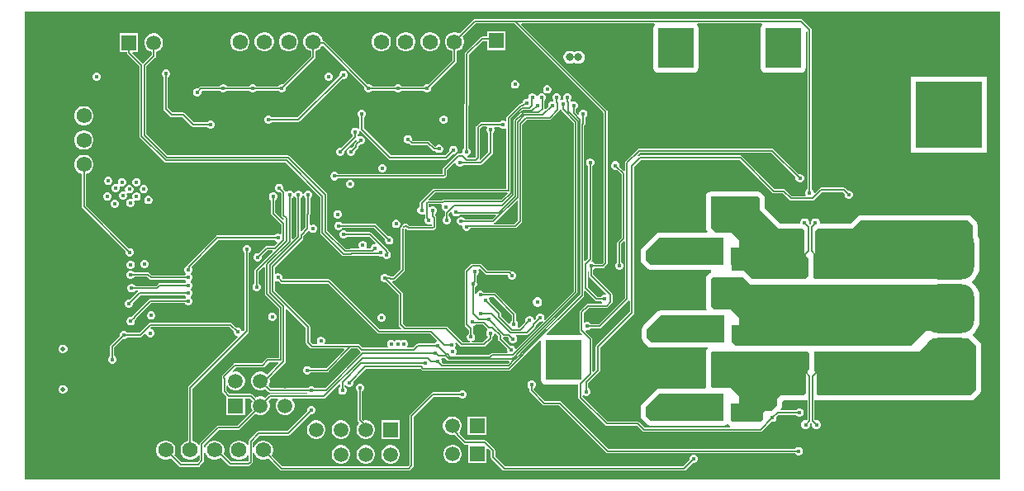
<source format=gbr>
%TF.GenerationSoftware,Altium Limited,Altium Designer,23.3.1 (30)*%
G04 Layer_Physical_Order=4*
G04 Layer_Color=16711680*
%FSLAX45Y45*%
%MOMM*%
%TF.SameCoordinates,CD13F5F2-8DFB-4D4D-A102-87722C93DE69*%
%TF.FilePolarity,Positive*%
%TF.FileFunction,Copper,L4,Bot,Signal*%
%TF.Part,Single*%
G01*
G75*
%TA.AperFunction,Conductor*%
%ADD68C,0.18000*%
%ADD70C,0.12700*%
%TA.AperFunction,ComponentPad*%
%ADD71R,6.80000X6.80000*%
%ADD72R,1.50000X1.50000*%
%ADD73C,1.50000*%
%ADD74C,1.57500*%
%ADD75R,1.57500X1.57500*%
G04:AMPARAMS|DCode=76|XSize=5mm|YSize=5mm|CornerRadius=1.25mm|HoleSize=0mm|Usage=FLASHONLY|Rotation=270.000|XOffset=0mm|YOffset=0mm|HoleType=Round|Shape=RoundedRectangle|*
%AMROUNDEDRECTD76*
21,1,5.00000,2.50000,0,0,270.0*
21,1,2.50000,5.00000,0,0,270.0*
1,1,2.50000,-1.25000,-1.25000*
1,1,2.50000,-1.25000,1.25000*
1,1,2.50000,1.25000,1.25000*
1,1,2.50000,1.25000,-1.25000*
%
%ADD76ROUNDEDRECTD76*%
%ADD77R,1.57500X1.57500*%
%ADD78C,0.50000*%
%TA.AperFunction,ViaPad*%
%ADD79C,0.45000*%
%ADD80C,0.80000*%
%ADD81C,4.00000*%
G36*
X10000000Y0D02*
X0D01*
Y4800000D01*
X10000000D01*
Y0D01*
D02*
G37*
%LPC*%
G36*
X7960000Y4722125D02*
X4620000D01*
X4611533Y4720441D01*
X4604355Y4715645D01*
X4462453Y4573743D01*
X4448116Y4582020D01*
X4423001Y4588750D01*
X4396999D01*
X4371884Y4582020D01*
X4349366Y4569020D01*
X4330980Y4550634D01*
X4317980Y4528116D01*
X4311250Y4503001D01*
Y4476999D01*
X4317980Y4451884D01*
X4330980Y4429366D01*
X4349366Y4410980D01*
X4371884Y4397980D01*
X4387875Y4393695D01*
Y4299165D01*
X4140403Y4051693D01*
X4138454Y4052500D01*
X4121546D01*
X4105926Y4046030D01*
X4093970Y4034074D01*
X4093163Y4032125D01*
X3866837D01*
X3866030Y4034074D01*
X3854074Y4046030D01*
X3838454Y4052500D01*
X3821546D01*
X3805926Y4046030D01*
X3793970Y4034074D01*
X3793163Y4032125D01*
X3566837D01*
X3566030Y4034074D01*
X3554074Y4046030D01*
X3538454Y4052500D01*
X3521546D01*
X3519597Y4051693D01*
X3081395Y4489895D01*
X3074217Y4494691D01*
X3065750Y4496375D01*
X3058750D01*
Y4503001D01*
X3052020Y4528116D01*
X3039020Y4550634D01*
X3020634Y4569020D01*
X2998116Y4582020D01*
X2973001Y4588750D01*
X2946999D01*
X2921884Y4582020D01*
X2899366Y4569020D01*
X2880980Y4550634D01*
X2867980Y4528116D01*
X2861250Y4503001D01*
Y4476999D01*
X2867980Y4451884D01*
X2880980Y4429366D01*
X2899366Y4410980D01*
X2921884Y4397980D01*
X2937875Y4393695D01*
Y4339165D01*
X2650403Y4051693D01*
X2648454Y4052500D01*
X2631546D01*
X2615926Y4046030D01*
X2603970Y4034074D01*
X2603163Y4032125D01*
X2376837D01*
X2376030Y4034074D01*
X2364074Y4046030D01*
X2348454Y4052500D01*
X2331546D01*
X2315926Y4046030D01*
X2303970Y4034074D01*
X2303163Y4032125D01*
X2076837D01*
X2076030Y4034074D01*
X2064074Y4046030D01*
X2048454Y4052500D01*
X2031546D01*
X2015926Y4046030D01*
X2003970Y4034074D01*
X2003163Y4032125D01*
X1810335D01*
X1801869Y4030441D01*
X1794691Y4025645D01*
X1780640Y4011594D01*
X1778454Y4012500D01*
X1761546D01*
X1745926Y4006030D01*
X1733970Y3994074D01*
X1727500Y3978454D01*
Y3961546D01*
X1733970Y3945926D01*
X1745926Y3933970D01*
X1761546Y3927500D01*
X1778454D01*
X1794074Y3933970D01*
X1806030Y3945926D01*
X1812500Y3961546D01*
Y3978453D01*
X1820675Y3987875D01*
X2003163D01*
X2003970Y3985926D01*
X2015926Y3973970D01*
X2031546Y3967500D01*
X2048454D01*
X2064074Y3973970D01*
X2076030Y3985926D01*
X2076837Y3987875D01*
X2303163D01*
X2303970Y3985926D01*
X2315926Y3973970D01*
X2331546Y3967500D01*
X2348454D01*
X2364074Y3973970D01*
X2376030Y3985926D01*
X2376837Y3987875D01*
X2603163D01*
X2603970Y3985926D01*
X2615926Y3973970D01*
X2631546Y3967500D01*
X2648454D01*
X2664074Y3973970D01*
X2676030Y3985926D01*
X2682500Y4001546D01*
Y4018454D01*
X2681693Y4020403D01*
X2975645Y4314355D01*
X2980441Y4321533D01*
X2982125Y4330000D01*
Y4393695D01*
X2998116Y4397980D01*
X3020634Y4410980D01*
X3039020Y4429366D01*
X3047342Y4443781D01*
X3063037Y4445673D01*
X3488307Y4020403D01*
X3487500Y4018454D01*
Y4001546D01*
X3493970Y3985926D01*
X3505926Y3973970D01*
X3521546Y3967500D01*
X3538454D01*
X3554074Y3973970D01*
X3566030Y3985926D01*
X3566837Y3987875D01*
X3793163D01*
X3793970Y3985926D01*
X3805926Y3973970D01*
X3821546Y3967500D01*
X3838454D01*
X3854074Y3973970D01*
X3866030Y3985926D01*
X3866837Y3987875D01*
X4093163D01*
X4093970Y3985926D01*
X4105926Y3973970D01*
X4121546Y3967500D01*
X4138454D01*
X4154074Y3973970D01*
X4166030Y3985926D01*
X4172500Y4001546D01*
Y4018454D01*
X4171693Y4020403D01*
X4425645Y4274355D01*
X4430441Y4281533D01*
X4432125Y4290000D01*
Y4393695D01*
X4448116Y4397980D01*
X4470634Y4410980D01*
X4489020Y4429366D01*
X4502020Y4451884D01*
X4508750Y4476999D01*
Y4503001D01*
X4502020Y4528116D01*
X4493743Y4542453D01*
X4629165Y4677875D01*
X5021590D01*
X5937875Y3761590D01*
Y2229164D01*
X5920836Y2212125D01*
X5846837D01*
X5846030Y2214074D01*
X5834074Y2226030D01*
X5820401Y2231693D01*
X5817338Y2236868D01*
X5815209Y2245200D01*
X5817933Y2249276D01*
X5819412Y2256709D01*
Y3212037D01*
X5824063Y3213964D01*
X5836018Y3225919D01*
X5842488Y3241540D01*
Y3258447D01*
X5836018Y3274068D01*
X5824063Y3286023D01*
X5808442Y3292493D01*
X5791535D01*
X5775914Y3286023D01*
X5763959Y3274068D01*
X5757489Y3258447D01*
Y3241540D01*
X5763959Y3225919D01*
X5775914Y3213964D01*
X5780565Y3212037D01*
Y2264755D01*
X5752123Y2236313D01*
X5739423Y2241573D01*
Y3632585D01*
X5743733Y3636895D01*
X5743734Y3636895D01*
X5747945Y3643197D01*
X5749423Y3650630D01*
X5749423Y3650631D01*
Y3712044D01*
X5754074Y3713970D01*
X5766030Y3725926D01*
X5772500Y3741546D01*
Y3758454D01*
X5766030Y3774074D01*
X5754074Y3786030D01*
X5738454Y3792500D01*
X5721546D01*
X5705926Y3786030D01*
X5693970Y3774074D01*
X5687500Y3758454D01*
Y3747929D01*
X5674800Y3742668D01*
X5649874Y3767595D01*
Y3799743D01*
X5654525Y3801670D01*
X5666480Y3813626D01*
X5672950Y3829246D01*
Y3846153D01*
X5666480Y3861774D01*
X5654525Y3873729D01*
X5638904Y3880200D01*
X5621997D01*
X5610060Y3875255D01*
X5599708Y3882919D01*
X5599586Y3889486D01*
X5603719Y3893619D01*
X5610189Y3909239D01*
Y3926146D01*
X5603719Y3941767D01*
X5591763Y3953722D01*
X5576143Y3960192D01*
X5559235D01*
X5543615Y3953722D01*
X5531659Y3941767D01*
X5525189Y3926146D01*
Y3909239D01*
X5528083Y3902252D01*
X5519597Y3889552D01*
X5513497D01*
X5502930Y3885175D01*
X5497847Y3889844D01*
X5494473Y3895418D01*
X5500200Y3909246D01*
Y3926153D01*
X5493730Y3941774D01*
X5481774Y3953729D01*
X5466154Y3960200D01*
X5449247D01*
X5433626Y3953729D01*
X5421671Y3941774D01*
X5415200Y3926153D01*
Y3909246D01*
X5421671Y3893626D01*
X5423364Y3891933D01*
X5420512Y3884596D01*
X5417136Y3880200D01*
X5401896D01*
X5386276Y3873729D01*
X5374320Y3861774D01*
X5367850Y3846153D01*
Y3829246D01*
X5369777Y3824595D01*
X5343625Y3798443D01*
X5336638Y3800443D01*
X5331373Y3804152D01*
Y3883919D01*
X5341080Y3893626D01*
X5347550Y3909246D01*
Y3926153D01*
X5341080Y3941774D01*
X5329124Y3953729D01*
X5313504Y3960200D01*
X5296597D01*
X5280976Y3953729D01*
X5269021Y3941774D01*
X5262551Y3926154D01*
X5250200D01*
X5243730Y3941774D01*
X5231774Y3953729D01*
X5216154Y3960200D01*
X5199247D01*
X5183626Y3953729D01*
X5171671Y3941774D01*
X5165200Y3926153D01*
Y3914849D01*
X5157531Y3906373D01*
X5153467Y3904850D01*
X5139247D01*
X5123626Y3898380D01*
X5111670Y3886424D01*
X5105200Y3870804D01*
Y3858446D01*
X5102329Y3855575D01*
X5091292D01*
X5082825Y3853891D01*
X5075647Y3849095D01*
X5055434Y3828881D01*
X5051712Y3826395D01*
X4948205Y3722888D01*
X4943409Y3715710D01*
X4941725Y3707243D01*
Y3681922D01*
X4929025Y3676858D01*
X4915404Y3682500D01*
X4898496D01*
X4882876Y3676029D01*
X4870920Y3664074D01*
X4870113Y3662125D01*
X4835416D01*
X4834197Y3662939D01*
X4825730Y3664623D01*
X4682498D01*
X4674032Y3662939D01*
X4666854Y3658143D01*
X4634355Y3625645D01*
X4629559Y3618467D01*
X4627875Y3610000D01*
Y3309165D01*
X4618835Y3300125D01*
X4546079D01*
X4541217Y3306595D01*
X4545507Y3320422D01*
X4554074Y3323970D01*
X4566030Y3335926D01*
X4572500Y3351546D01*
Y3368454D01*
X4566030Y3384074D01*
X4554074Y3396030D01*
X4552125Y3396837D01*
Y3832552D01*
X4553345Y3833772D01*
X4558141Y3840949D01*
X4559826Y3849416D01*
Y4356472D01*
X4701229Y4497875D01*
X4745000D01*
Y4405000D01*
X4935000D01*
Y4595000D01*
X4745000D01*
Y4542125D01*
X4692064D01*
X4683597Y4540441D01*
X4676419Y4535645D01*
X4522055Y4381281D01*
X4517259Y4374103D01*
X4515575Y4365636D01*
Y3858581D01*
X4514355Y3857361D01*
X4509559Y3850183D01*
X4507875Y3841716D01*
Y3396837D01*
X4505926Y3396030D01*
X4493970Y3384074D01*
X4487500Y3368454D01*
Y3351547D01*
X4477656Y3342125D01*
X4450000D01*
X4441533Y3340441D01*
X4434355Y3335645D01*
X4294355Y3195645D01*
X4289559Y3188467D01*
X4287875Y3180000D01*
Y3132125D01*
X3216837D01*
X3216030Y3134074D01*
X3204074Y3146030D01*
X3188454Y3152500D01*
X3171546D01*
X3155926Y3146030D01*
X3143970Y3134074D01*
X3137500Y3118454D01*
Y3101546D01*
X3143970Y3085926D01*
X3155926Y3073970D01*
X3171546Y3067500D01*
X3188454D01*
X3204074Y3073970D01*
X3216030Y3085926D01*
X3216837Y3087875D01*
X4299456D01*
X4307923Y3089559D01*
X4315101Y3094355D01*
X4325645Y3104899D01*
X4330441Y3112077D01*
X4332125Y3120544D01*
Y3170835D01*
X4409136Y3247847D01*
X4421698Y3242447D01*
X4427340Y3228827D01*
X4439295Y3216871D01*
X4454916Y3210401D01*
X4471823D01*
X4487444Y3216871D01*
X4498447Y3227875D01*
X4680000D01*
X4688467Y3229559D01*
X4695645Y3234355D01*
X4795645Y3334355D01*
X4800441Y3341533D01*
X4802125Y3350000D01*
Y3548761D01*
X4804074Y3549568D01*
X4816030Y3561524D01*
X4822500Y3577144D01*
Y3594052D01*
X4817021Y3607278D01*
X4821163Y3614685D01*
X4825072Y3618503D01*
X4828229Y3617875D01*
X4870113D01*
X4870920Y3615926D01*
X4882876Y3603970D01*
X4898496Y3597500D01*
X4915404D01*
X4929025Y3603142D01*
X4941725Y3598077D01*
Y2982472D01*
X4203049D01*
X4195616Y2980993D01*
X4189315Y2976783D01*
X4058566Y2846034D01*
X4054356Y2839733D01*
X4052877Y2832300D01*
Y2795656D01*
X4048226Y2793729D01*
X4036271Y2781774D01*
X4029800Y2766153D01*
Y2749246D01*
X4036271Y2733626D01*
X4048226Y2721670D01*
X4063847Y2715200D01*
X4080754D01*
X4096374Y2721670D01*
X4096544Y2721840D01*
X4108277Y2716979D01*
Y2684004D01*
X4108146Y2683873D01*
X4101676Y2668252D01*
Y2651345D01*
X4108146Y2635725D01*
X4120102Y2623769D01*
X4135722Y2617299D01*
X4152629D01*
X4166251Y2622941D01*
X4178951Y2617876D01*
Y2600784D01*
X4177991Y2599825D01*
X3946865D01*
X3931345Y2615345D01*
X3924167Y2620141D01*
X3915700Y2621825D01*
X3900789D01*
X3892322Y2620141D01*
X3885144Y2615345D01*
X3874600Y2604800D01*
X3869804Y2597622D01*
X3869683Y2597017D01*
X3869078Y2596897D01*
X3861900Y2592100D01*
X3857104Y2584922D01*
X3855420Y2576456D01*
Y2156709D01*
X3778535Y2079825D01*
X3760164D01*
X3759344Y2080646D01*
X3752166Y2085442D01*
X3743699Y2087126D01*
X3729336D01*
X3728529Y2089075D01*
X3716573Y2101030D01*
X3700953Y2107500D01*
X3684046D01*
X3668425Y2101030D01*
X3656470Y2089075D01*
X3650000Y2073454D01*
Y2056547D01*
X3656470Y2040927D01*
X3668425Y2028971D01*
X3684046Y2022501D01*
X3700953D01*
X3708488Y2025622D01*
X3835575Y1898535D01*
Y1588244D01*
X3837260Y1579777D01*
X3842056Y1572599D01*
X3863241Y1551414D01*
X3858381Y1539680D01*
X3641609D01*
X3135645Y2045645D01*
X3128467Y2050441D01*
X3120000Y2052125D01*
X2650814D01*
X2642500Y2061547D01*
Y2078454D01*
X2636030Y2094074D01*
X2624074Y2106030D01*
X2608454Y2112500D01*
X2591546D01*
X2577925Y2106858D01*
X2565225Y2111922D01*
Y2175075D01*
X2853645Y2463495D01*
X2858441Y2470673D01*
X2860125Y2479140D01*
Y2499304D01*
X2909206Y2548385D01*
X2923971Y2545926D01*
X2935926Y2533970D01*
X2951546Y2527500D01*
X2968454D01*
X2984074Y2533970D01*
X2996030Y2545926D01*
X3002500Y2561546D01*
Y2578454D01*
X2996030Y2594074D01*
X2984074Y2606030D01*
X2968454Y2612500D01*
X2951546D01*
X2937925Y2606858D01*
X2925225Y2611922D01*
Y2714303D01*
X2927940Y2718365D01*
X2929624Y2726832D01*
Y2880662D01*
X2931573Y2881469D01*
X2943528Y2893424D01*
X2949998Y2909045D01*
Y2925952D01*
X2943528Y2941573D01*
X2931573Y2953528D01*
X2915952Y2959998D01*
X2899045D01*
X2883425Y2953528D01*
X2871469Y2941573D01*
X2864999Y2925952D01*
X2852500Y2926437D01*
Y2928454D01*
X2846030Y2944074D01*
X2834074Y2956030D01*
X2818454Y2962500D01*
X2801546D01*
X2785926Y2956030D01*
X2773970Y2944074D01*
X2771873Y2939011D01*
X2758127D01*
X2756030Y2944074D01*
X2744074Y2956030D01*
X2728454Y2962500D01*
X2711546D01*
X2695926Y2956030D01*
X2690485Y2950588D01*
X2685674Y2950947D01*
X2675803Y2953868D01*
X2672545Y2958745D01*
X2651693Y2979597D01*
X2652500Y2981546D01*
Y2998453D01*
X2646030Y3014074D01*
X2634074Y3026030D01*
X2618454Y3032500D01*
X2601546D01*
X2585926Y3026030D01*
X2573970Y3014074D01*
X2567500Y2998453D01*
Y2981546D01*
X2573970Y2965926D01*
X2585926Y2953970D01*
X2601546Y2947500D01*
X2618454D01*
X2620403Y2948307D01*
X2634775Y2933935D01*
Y2707967D01*
X2636459Y2699500D01*
X2641255Y2692322D01*
X2658723Y2674854D01*
X2657943Y2669320D01*
X2644484Y2664819D01*
X2572125Y2737177D01*
Y2863163D01*
X2574074Y2863970D01*
X2586030Y2875926D01*
X2592500Y2891546D01*
Y2908453D01*
X2586030Y2924074D01*
X2574074Y2936029D01*
X2558454Y2942500D01*
X2541546D01*
X2525926Y2936029D01*
X2513970Y2924074D01*
X2507500Y2908453D01*
Y2891546D01*
X2513970Y2875926D01*
X2525926Y2863970D01*
X2527875Y2863163D01*
Y2728013D01*
X2529559Y2719546D01*
X2534355Y2712368D01*
X2634775Y2611948D01*
Y2521922D01*
X2622075Y2516858D01*
X2608454Y2522500D01*
X2591546D01*
X2575926Y2516030D01*
X2563970Y2504074D01*
X2563163Y2502125D01*
X1980000D01*
X1971533Y2500441D01*
X1964355Y2495645D01*
X1669521Y2200811D01*
X1664725Y2193633D01*
X1663867Y2189319D01*
X1655926Y2186030D01*
X1643970Y2174074D01*
X1637500Y2158454D01*
Y2141546D01*
X1643970Y2125926D01*
X1651821Y2118076D01*
X1654573Y2110000D01*
X1651821Y2101924D01*
X1643970Y2094074D01*
X1643163Y2092125D01*
X1308696D01*
X1285176Y2115645D01*
X1277998Y2120441D01*
X1269531Y2122125D01*
X1126837D01*
X1126030Y2124074D01*
X1114074Y2136030D01*
X1098454Y2142500D01*
X1081546D01*
X1065926Y2136030D01*
X1053970Y2124074D01*
X1047500Y2108454D01*
Y2091546D01*
X1053970Y2075926D01*
X1065926Y2063970D01*
X1081546Y2057500D01*
X1098454D01*
X1114074Y2063970D01*
X1126030Y2075926D01*
X1126837Y2077875D01*
X1260367D01*
X1283886Y2054355D01*
X1291064Y2049559D01*
X1299531Y2047875D01*
X1643163D01*
X1643970Y2045926D01*
X1651821Y2038075D01*
X1654573Y2030000D01*
X1651821Y2021924D01*
X1643970Y2014074D01*
X1643163Y2012125D01*
X1387417D01*
X1378950Y2010441D01*
X1371772Y2005645D01*
X1348253Y1982125D01*
X1136837D01*
X1136030Y1984074D01*
X1124074Y1996030D01*
X1108454Y2002500D01*
X1091546D01*
X1075926Y1996030D01*
X1063970Y1984074D01*
X1057500Y1968454D01*
Y1951546D01*
X1063970Y1935926D01*
X1075926Y1923970D01*
X1091546Y1917500D01*
X1108454D01*
X1124074Y1923970D01*
X1136030Y1935926D01*
X1136837Y1937875D01*
X1159799D01*
X1163779Y1927190D01*
X1163885Y1925175D01*
X1080403Y1841693D01*
X1078454Y1842500D01*
X1061546D01*
X1045926Y1836030D01*
X1033970Y1824074D01*
X1027500Y1808454D01*
Y1791546D01*
X1033970Y1775926D01*
X1045926Y1763970D01*
X1061546Y1757500D01*
X1078454D01*
X1094074Y1763970D01*
X1106030Y1775926D01*
X1112500Y1791546D01*
Y1808454D01*
X1111692Y1810403D01*
X1189165Y1887875D01*
X1643163D01*
X1643970Y1885926D01*
X1651821Y1878075D01*
X1654573Y1870000D01*
X1651821Y1861924D01*
X1643970Y1854074D01*
X1643163Y1852125D01*
X1290000D01*
X1281533Y1850441D01*
X1274355Y1845645D01*
X1110721Y1682011D01*
X1105925Y1674833D01*
X1105582Y1673107D01*
X1098219Y1662734D01*
X1081312D01*
X1065692Y1656264D01*
X1053736Y1644309D01*
X1047266Y1628688D01*
Y1611781D01*
X1053736Y1596160D01*
X1065692Y1584205D01*
X1081312Y1577735D01*
X1098219D01*
X1113840Y1584205D01*
X1125795Y1596160D01*
X1132265Y1611781D01*
Y1628688D01*
X1131458Y1630637D01*
X1142011Y1641190D01*
X1146807Y1648368D01*
X1148491Y1656835D01*
Y1657201D01*
X1299165Y1807875D01*
X1643163D01*
X1643970Y1805926D01*
X1655926Y1793970D01*
X1671546Y1787500D01*
X1688454D01*
X1704074Y1793970D01*
X1716030Y1805926D01*
X1722500Y1821546D01*
Y1838454D01*
X1716030Y1854074D01*
X1708179Y1861924D01*
X1705427Y1870000D01*
X1708179Y1878075D01*
X1716030Y1885926D01*
X1722500Y1901546D01*
Y1918454D01*
X1716030Y1934074D01*
X1708179Y1941924D01*
X1705427Y1950000D01*
X1708179Y1958076D01*
X1716030Y1965926D01*
X1722500Y1981546D01*
Y1998453D01*
X1716030Y2014074D01*
X1708179Y2021924D01*
X1705427Y2030000D01*
X1708179Y2038075D01*
X1716030Y2045926D01*
X1722500Y2061546D01*
Y2078454D01*
X1716030Y2094074D01*
X1708179Y2101924D01*
X1705427Y2110000D01*
X1708179Y2118076D01*
X1716030Y2125926D01*
X1722500Y2141546D01*
Y2158454D01*
X1716030Y2174074D01*
X1710697Y2179407D01*
X1989164Y2457875D01*
X2563163D01*
X2563970Y2455926D01*
X2575926Y2443970D01*
X2589547Y2438328D01*
X2594946Y2425767D01*
X2562103Y2392924D01*
X2480799D01*
X2472332Y2391240D01*
X2465154Y2386444D01*
X2400403Y2321693D01*
X2398454Y2322500D01*
X2381546D01*
X2365926Y2316030D01*
X2353970Y2304074D01*
X2347500Y2288454D01*
Y2271546D01*
X2353970Y2255926D01*
X2365926Y2243970D01*
X2381546Y2237500D01*
X2398454D01*
X2414074Y2243970D01*
X2426030Y2255926D01*
X2432500Y2271546D01*
Y2288454D01*
X2431693Y2290403D01*
X2489964Y2348674D01*
X2540857D01*
X2545717Y2336940D01*
X2364355Y2155578D01*
X2359559Y2148400D01*
X2357875Y2139933D01*
Y2006837D01*
X2355926Y2006030D01*
X2343970Y1994074D01*
X2337500Y1978453D01*
Y1961546D01*
X2343970Y1945926D01*
X2355926Y1933970D01*
X2371546Y1927500D01*
X2388454D01*
X2404074Y1933970D01*
X2416030Y1945926D01*
X2422500Y1961546D01*
Y1978453D01*
X2416030Y1994074D01*
X2404074Y2006030D01*
X2402125Y2006837D01*
Y2130769D01*
X2453241Y2181885D01*
X2464975Y2177025D01*
Y1903769D01*
X2466659Y1895302D01*
X2471455Y1888124D01*
X2607475Y1752104D01*
Y1245725D01*
X2496845D01*
X2488379Y1244041D01*
X2481201Y1239245D01*
X2432458Y1190502D01*
X2158377D01*
X2149910Y1188818D01*
X2142732Y1184022D01*
X2031811Y1073100D01*
X2027015Y1065922D01*
X2025330Y1057456D01*
Y1042544D01*
X2027015Y1034077D01*
X2027875Y1032790D01*
Y900544D01*
X2029559Y892077D01*
X2034355Y884899D01*
X2071000Y848254D01*
Y661000D01*
X2261000D01*
Y830575D01*
X2314135D01*
X2339003Y805708D01*
X2331474Y792668D01*
X2325000Y768507D01*
Y743493D01*
X2331474Y719332D01*
X2339003Y706292D01*
X2183553Y550843D01*
X1988718D01*
X1980251Y549159D01*
X1973073Y544363D01*
X1804355Y375645D01*
X1799559Y368467D01*
X1797875Y360000D01*
Y353376D01*
X1785175Y349973D01*
X1779020Y360634D01*
X1760634Y379020D01*
X1738116Y392020D01*
X1722125Y396305D01*
Y930367D01*
X2295645Y1503887D01*
X2300441Y1511064D01*
X2302125Y1519531D01*
Y2323163D01*
X2304074Y2323970D01*
X2316030Y2335926D01*
X2322500Y2351546D01*
Y2368453D01*
X2316030Y2384074D01*
X2304074Y2396029D01*
X2288454Y2402500D01*
X2271546D01*
X2255926Y2396029D01*
X2243970Y2384074D01*
X2237500Y2368453D01*
Y2351546D01*
X2243970Y2335926D01*
X2255926Y2323970D01*
X2257875Y2323163D01*
Y1528696D01*
X2244233Y1515054D01*
X2231671Y1520453D01*
X2226030Y1534074D01*
X2214074Y1546030D01*
X2198454Y1552500D01*
X2181546D01*
X2179597Y1551693D01*
X2130645Y1600645D01*
X2123467Y1605441D01*
X2115000Y1607125D01*
X1294531D01*
X1286064Y1605441D01*
X1278886Y1600645D01*
X1180367Y1502125D01*
X1056837D01*
X1056030Y1504074D01*
X1044074Y1516030D01*
X1028454Y1522500D01*
X1011546D01*
X995926Y1516030D01*
X983970Y1504074D01*
X977500Y1488454D01*
Y1471546D01*
X978307Y1469597D01*
X884355Y1375645D01*
X879559Y1368467D01*
X877875Y1360000D01*
Y1266837D01*
X875926Y1266030D01*
X863970Y1254074D01*
X857500Y1238454D01*
Y1221546D01*
X863970Y1205926D01*
X875926Y1193970D01*
X891546Y1187500D01*
X908454D01*
X924074Y1193970D01*
X936030Y1205926D01*
X942500Y1221546D01*
Y1238454D01*
X936030Y1254074D01*
X924074Y1266030D01*
X922125Y1266837D01*
Y1350835D01*
X1009597Y1438308D01*
X1011546Y1437500D01*
X1028454D01*
X1044074Y1443970D01*
X1056030Y1455926D01*
X1056837Y1457875D01*
X1189532D01*
X1197998Y1459559D01*
X1205176Y1464355D01*
X1235767Y1494946D01*
X1248328Y1489546D01*
X1253970Y1475926D01*
X1265926Y1463970D01*
X1281546Y1457500D01*
X1298454D01*
X1314074Y1463970D01*
X1326030Y1475926D01*
X1332500Y1491546D01*
Y1508453D01*
X1326030Y1524074D01*
X1314074Y1536029D01*
X1300453Y1541671D01*
X1295054Y1554233D01*
X1303696Y1562875D01*
X2105836D01*
X2148307Y1520403D01*
X2147500Y1518454D01*
Y1501546D01*
X2153970Y1485926D01*
X2165926Y1473970D01*
X2179547Y1468329D01*
X2184946Y1455767D01*
X1684355Y955176D01*
X1679559Y947998D01*
X1677875Y939531D01*
Y396305D01*
X1661884Y392020D01*
X1639366Y379020D01*
X1620980Y360634D01*
X1607980Y338116D01*
X1601250Y313001D01*
Y286999D01*
X1607980Y261884D01*
X1620980Y239366D01*
X1639366Y220980D01*
X1661884Y207980D01*
X1686999Y201250D01*
X1713001D01*
X1738116Y207980D01*
X1760634Y220980D01*
X1779020Y239366D01*
X1785175Y250027D01*
X1797875Y246624D01*
Y199164D01*
X1770835Y172125D01*
X1609164D01*
X1533743Y247547D01*
X1542020Y261884D01*
X1548750Y286999D01*
Y313001D01*
X1542020Y338116D01*
X1529020Y360634D01*
X1510634Y379020D01*
X1488116Y392020D01*
X1463001Y398750D01*
X1436999D01*
X1411884Y392020D01*
X1389366Y379020D01*
X1370980Y360634D01*
X1357980Y338116D01*
X1351250Y313001D01*
Y286999D01*
X1357980Y261884D01*
X1370980Y239366D01*
X1389366Y220980D01*
X1411884Y207980D01*
X1436999Y201250D01*
X1463001D01*
X1488116Y207980D01*
X1502453Y216257D01*
X1584355Y134355D01*
X1591533Y129559D01*
X1600000Y127875D01*
X1780000D01*
X1788467Y129559D01*
X1795645Y134355D01*
X1835645Y174355D01*
X1840441Y181533D01*
X1842125Y190000D01*
Y271984D01*
X1854825Y273657D01*
X1857980Y261884D01*
X1870980Y239366D01*
X1889366Y220980D01*
X1911884Y207980D01*
X1936999Y201250D01*
X1963001D01*
X1988116Y207980D01*
X2010634Y220980D01*
X2014182Y224528D01*
X2094355Y144355D01*
X2101533Y139559D01*
X2110000Y137875D01*
X2300000D01*
X2308467Y139559D01*
X2315645Y144355D01*
X2335645Y164355D01*
X2340441Y171533D01*
X2342125Y180000D01*
Y271984D01*
X2354825Y273657D01*
X2357980Y261884D01*
X2370980Y239366D01*
X2389366Y220980D01*
X2411884Y207980D01*
X2436999Y201250D01*
X2463001D01*
X2488116Y207980D01*
X2502453Y216257D01*
X2624355Y94355D01*
X2631533Y89559D01*
X2640000Y87875D01*
X3940000D01*
X3948467Y89559D01*
X3955645Y94355D01*
X3985645Y124355D01*
X3990441Y131533D01*
X3992125Y140000D01*
Y640835D01*
X4199165Y847875D01*
X4453163D01*
X4453970Y845926D01*
X4465926Y833970D01*
X4481546Y827500D01*
X4498454D01*
X4514074Y833970D01*
X4526030Y845926D01*
X4532500Y861546D01*
Y878454D01*
X4526030Y894074D01*
X4514074Y906030D01*
X4498454Y912500D01*
X4481546D01*
X4465926Y906030D01*
X4453970Y894074D01*
X4453163Y892125D01*
X4190000D01*
X4181533Y890441D01*
X4174355Y885645D01*
X3954355Y665645D01*
X3949559Y658467D01*
X3947875Y650000D01*
Y149165D01*
X3930835Y132125D01*
X2649164D01*
X2533743Y247547D01*
X2542020Y261884D01*
X2548750Y286999D01*
Y313001D01*
X2542020Y338116D01*
X2529020Y360634D01*
X2510634Y379020D01*
X2488116Y392020D01*
X2463001Y398750D01*
X2436999D01*
X2411884Y392020D01*
X2389366Y379020D01*
X2370980Y360634D01*
X2357980Y338116D01*
X2354825Y326343D01*
X2342125Y328015D01*
Y380835D01*
X2411190Y449900D01*
X2702025D01*
X2710492Y451584D01*
X2717670Y456380D01*
X2929597Y668308D01*
X2931546Y667500D01*
X2948454D01*
X2964074Y673970D01*
X2976030Y685926D01*
X2982500Y701546D01*
Y718454D01*
X2976030Y734074D01*
X2964074Y746030D01*
X2948454Y752500D01*
X2931546D01*
X2915926Y746030D01*
X2903970Y734074D01*
X2897500Y718454D01*
Y701546D01*
X2898307Y699597D01*
X2692861Y494150D01*
X2402025D01*
X2393558Y492466D01*
X2386380Y487670D01*
X2304355Y405645D01*
X2299559Y398467D01*
X2297875Y390000D01*
Y353376D01*
X2285175Y349973D01*
X2279020Y360634D01*
X2260634Y379020D01*
X2238116Y392020D01*
X2213001Y398750D01*
X2186999D01*
X2161884Y392020D01*
X2139366Y379020D01*
X2120980Y360634D01*
X2107980Y338116D01*
X2101250Y313001D01*
Y286999D01*
X2107980Y261884D01*
X2120980Y239366D01*
X2139366Y220980D01*
X2161884Y207980D01*
X2186999Y201250D01*
X2213001D01*
X2238116Y207980D01*
X2260634Y220980D01*
X2279020Y239366D01*
X2285175Y250027D01*
X2297875Y246624D01*
Y189164D01*
X2290835Y182125D01*
X2119165D01*
X2041063Y260227D01*
X2042020Y261884D01*
X2048750Y286999D01*
Y313001D01*
X2042020Y338116D01*
X2029020Y360634D01*
X2010634Y379020D01*
X1988116Y392020D01*
X1963001Y398750D01*
X1936999D01*
X1911884Y392020D01*
X1889366Y379020D01*
X1870980Y360634D01*
X1857980Y338116D01*
X1854825Y326343D01*
X1842125Y328015D01*
Y350835D01*
X1997882Y506593D01*
X2192718D01*
X2201185Y508277D01*
X2208363Y513073D01*
X2370292Y675003D01*
X2383332Y667474D01*
X2407493Y661000D01*
X2432507D01*
X2456668Y667474D01*
X2478331Y679981D01*
X2496019Y697669D01*
X2508526Y719332D01*
X2515000Y743493D01*
Y768507D01*
X2508526Y792668D01*
X2500997Y805708D01*
X2525865Y830575D01*
X2597632D01*
X2602492Y818842D01*
X2597981Y814331D01*
X2585474Y792668D01*
X2579000Y768507D01*
Y743493D01*
X2585474Y719332D01*
X2597981Y697669D01*
X2615669Y679981D01*
X2637332Y667474D01*
X2661493Y661000D01*
X2686507D01*
X2710668Y667474D01*
X2732331Y679981D01*
X2750019Y697669D01*
X2762526Y719332D01*
X2769000Y743493D01*
Y768507D01*
X2762526Y792668D01*
X2750019Y814331D01*
X2745508Y818842D01*
X2750368Y830575D01*
X3072634D01*
X3081101Y832259D01*
X3088279Y837055D01*
X3226142Y974918D01*
X3237875Y970058D01*
Y946837D01*
X3235926Y946030D01*
X3223970Y934074D01*
X3217500Y918454D01*
Y901546D01*
X3223970Y885926D01*
X3235926Y873970D01*
X3251546Y867500D01*
X3268454D01*
X3284074Y873970D01*
X3296030Y885926D01*
X3302500Y901546D01*
Y918454D01*
X3296030Y934074D01*
X3284074Y946030D01*
X3282125Y946837D01*
Y961335D01*
X3290767Y964684D01*
X3294825Y965071D01*
X3305926Y953970D01*
X3321546Y947500D01*
X3338454D01*
X3354074Y953970D01*
X3366030Y965926D01*
X3372500Y981546D01*
Y998453D01*
X3370573Y1003104D01*
X3502296Y1134827D01*
X4062515D01*
X4075195Y1122147D01*
X4081497Y1117936D01*
X4088930Y1116458D01*
X4965881D01*
X4973314Y1117936D01*
X4979615Y1122147D01*
X5047841Y1190372D01*
X5053897Y1194419D01*
X5125569Y1266090D01*
X5129615Y1272147D01*
X5286321Y1428852D01*
X5299021Y1423592D01*
Y1020000D01*
X5302901Y1000491D01*
X5313952Y983952D01*
X5330491Y972901D01*
X5350000Y969021D01*
X5677640D01*
Y840234D01*
X5679325Y831767D01*
X5684121Y824589D01*
X5954355Y554355D01*
X5961533Y549559D01*
X5970000Y547875D01*
X6280836D01*
X6334355Y494355D01*
X6341533Y489559D01*
X6350000Y487875D01*
X7550000D01*
X7558467Y489559D01*
X7565645Y494355D01*
X7659597Y588307D01*
X7661546Y587500D01*
X7678454D01*
X7694074Y593970D01*
X7706030Y605926D01*
X7712500Y621546D01*
Y638453D01*
X7711692Y640403D01*
X7734365Y663075D01*
X7911124D01*
X7911931Y661126D01*
X7923887Y649170D01*
X7939507Y642700D01*
X7956414D01*
X7972035Y649170D01*
X7983990Y661126D01*
X7990461Y676746D01*
Y693653D01*
X7983990Y709274D01*
X7972035Y721229D01*
X7956414Y727700D01*
X7939507D01*
X7923887Y721229D01*
X7911931Y709274D01*
X7911124Y707325D01*
X7756014D01*
X7751154Y719058D01*
X7756048Y723952D01*
X7767099Y740491D01*
X7770979Y760000D01*
Y796377D01*
X7783623Y809020D01*
X7990000Y809020D01*
X8009509Y812901D01*
X8015175Y816686D01*
X8027875Y809898D01*
Y618189D01*
X8019528Y607900D01*
X8000472D01*
X7982867Y600607D01*
X7969392Y587133D01*
X7962100Y569528D01*
Y550472D01*
X7969392Y532867D01*
X7982867Y519392D01*
X8000472Y512100D01*
X8019528D01*
X8037133Y519392D01*
X8050607Y532867D01*
X8057900Y550472D01*
Y569528D01*
X8055825Y574536D01*
X8065000Y583710D01*
X8074175Y574536D01*
X8072100Y569528D01*
Y550472D01*
X8079393Y532867D01*
X8092867Y519392D01*
X8110472Y512100D01*
X8129528D01*
X8147133Y519392D01*
X8160608Y532867D01*
X8167900Y550472D01*
Y569528D01*
X8160608Y587133D01*
X8147133Y600607D01*
X8129528Y607900D01*
X8110472D01*
X8102125Y618189D01*
Y809898D01*
X8114825Y816687D01*
X8120491Y812901D01*
X8140000Y809020D01*
X9700000D01*
X9719509Y812901D01*
X9736048Y823952D01*
X9796048Y883952D01*
X9807099Y900491D01*
X9810979Y920000D01*
Y1370000D01*
X9807099Y1389509D01*
X9796048Y1406048D01*
X9725210Y1476886D01*
X9725833Y1489571D01*
X9739342Y1500658D01*
X9761211Y1527305D01*
X9777461Y1557706D01*
X9787468Y1590694D01*
X9790847Y1625000D01*
Y1875000D01*
X9787468Y1909306D01*
X9777461Y1942294D01*
X9761211Y1972695D01*
X9739342Y1999342D01*
X9717730Y2017079D01*
X9716862Y2019097D01*
Y2030903D01*
X9717730Y2032921D01*
X9739342Y2050658D01*
X9761211Y2077305D01*
X9777461Y2107706D01*
X9787468Y2140694D01*
X9790847Y2175000D01*
Y2425000D01*
X9787468Y2459306D01*
X9777461Y2492294D01*
X9770979Y2504421D01*
Y2610000D01*
X9767099Y2629509D01*
X9756048Y2646048D01*
X9706048Y2696048D01*
X9689509Y2707099D01*
X9670000Y2710980D01*
X8580000D01*
X8560491Y2707099D01*
X8543952Y2696048D01*
X8468883Y2620980D01*
X8157900D01*
Y2639528D01*
X8150608Y2657133D01*
X8137133Y2670607D01*
X8119528Y2677900D01*
X8100472D01*
X8082867Y2670607D01*
X8069393Y2657133D01*
X8062100Y2639528D01*
Y2620472D01*
X8064441Y2614820D01*
X8064436Y2614814D01*
X8047046Y2614244D01*
X8045825Y2615464D01*
X8047900Y2620472D01*
Y2639528D01*
X8040607Y2657133D01*
X8027133Y2670607D01*
X8009528Y2677900D01*
X7990472D01*
X7972867Y2670607D01*
X7959393Y2657133D01*
X7952100Y2639528D01*
Y2620980D01*
X7751116D01*
X7590979Y2781116D01*
Y2880000D01*
X7587099Y2899509D01*
X7576048Y2916048D01*
X7556048Y2936048D01*
X7539509Y2947099D01*
X7520000Y2950980D01*
X7036665D01*
X7017156Y2947099D01*
X7000617Y2936048D01*
X6989566Y2919509D01*
X6985685Y2900000D01*
Y2583335D01*
X6989566Y2563826D01*
X7000617Y2547287D01*
X7005191Y2542713D01*
X7000330Y2530980D01*
X6510000D01*
X6490491Y2527099D01*
X6473952Y2516048D01*
X6333952Y2376048D01*
X6322900Y2359509D01*
X6319020Y2340000D01*
X6319020Y2250000D01*
X6322901Y2230491D01*
X6333952Y2213952D01*
X6380712Y2167192D01*
X6397251Y2156141D01*
X6416760Y2152260D01*
X7028236D01*
X7040000Y2150000D01*
Y2118094D01*
X7034996Y2117099D01*
X7018457Y2106048D01*
X7000617Y2088208D01*
X6989566Y2071669D01*
X6985685Y2052160D01*
Y1773335D01*
X6989566Y1753826D01*
X6996345Y1743680D01*
X6989557Y1730980D01*
X6520000D01*
X6500491Y1727099D01*
X6483952Y1716048D01*
X6343951Y1576048D01*
X6332900Y1559509D01*
X6329020Y1540000D01*
X6329020Y1450000D01*
X6332901Y1430491D01*
X6343952Y1413952D01*
X6390712Y1367192D01*
X6407251Y1356141D01*
X6426760Y1352260D01*
X7002203D01*
X7007464Y1339560D01*
X7000617Y1332713D01*
X6989566Y1316174D01*
X6985685Y1296665D01*
Y953335D01*
X6987606Y943680D01*
X6977356Y930980D01*
X6510000D01*
X6490491Y927099D01*
X6473952Y916048D01*
X6333952Y776048D01*
X6322900Y759509D01*
X6319020Y740000D01*
X6319020Y650000D01*
X6322901Y630491D01*
X6333952Y613952D01*
X6380712Y567192D01*
X6397251Y556141D01*
X6416760Y552260D01*
X7168735D01*
X7188244Y556141D01*
X7204782Y567191D01*
X7210181Y567723D01*
X7223952Y553952D01*
X7237611Y544825D01*
X7234522Y532125D01*
X6359165D01*
X6305645Y585645D01*
X6298467Y590441D01*
X6290000Y592125D01*
X5979165D01*
X5722978Y848311D01*
X5724219Y859684D01*
X5735674Y864222D01*
X5735926Y863970D01*
X5751546Y857500D01*
X5768454D01*
X5784074Y863970D01*
X5796030Y875926D01*
X5802500Y891546D01*
Y908454D01*
X5796030Y924074D01*
X5784074Y936030D01*
X5782125Y936837D01*
Y985162D01*
X5895645Y1098682D01*
X5900441Y1105860D01*
X5902125Y1114327D01*
Y1350835D01*
X6245645Y1694355D01*
X6250441Y1701533D01*
X6252125Y1710000D01*
Y3210835D01*
X6319165Y3277875D01*
X7331237D01*
X7667857Y2941255D01*
X7675035Y2936459D01*
X7683502Y2934775D01*
X7774404D01*
X7841724Y2867455D01*
X7848902Y2862659D01*
X7857369Y2860974D01*
X8082535D01*
X8091002Y2862659D01*
X8098180Y2867455D01*
X8178600Y2947875D01*
X8390835D01*
X8408307Y2930403D01*
X8407500Y2928453D01*
Y2911546D01*
X8413970Y2895926D01*
X8425926Y2883970D01*
X8441546Y2877500D01*
X8458453D01*
X8474074Y2883970D01*
X8486030Y2895926D01*
X8492500Y2911546D01*
Y2928453D01*
X8486030Y2944074D01*
X8474074Y2956029D01*
X8458453Y2962500D01*
X8441546D01*
X8439597Y2961692D01*
X8415645Y2985645D01*
X8408467Y2990441D01*
X8400000Y2992125D01*
X8169436D01*
X8160969Y2990441D01*
X8153791Y2985645D01*
X8105200Y2937054D01*
X8092500Y2942314D01*
Y2948453D01*
X8086030Y2964074D01*
X8074074Y2976029D01*
X8072125Y2976837D01*
Y4610000D01*
X8070441Y4618467D01*
X8065645Y4625645D01*
X7975645Y4715645D01*
X7968467Y4720441D01*
X7960000Y4722125D01*
D02*
G37*
G36*
X4173001Y4588750D02*
X4146999D01*
X4121884Y4582020D01*
X4099366Y4569020D01*
X4080980Y4550634D01*
X4067980Y4528116D01*
X4061250Y4503001D01*
Y4476999D01*
X4067980Y4451884D01*
X4080980Y4429366D01*
X4099366Y4410980D01*
X4121884Y4397980D01*
X4146999Y4391250D01*
X4173001D01*
X4198116Y4397980D01*
X4220634Y4410980D01*
X4239020Y4429366D01*
X4252020Y4451884D01*
X4258750Y4476999D01*
Y4503001D01*
X4252020Y4528116D01*
X4239020Y4550634D01*
X4220634Y4569020D01*
X4198116Y4582020D01*
X4173001Y4588750D01*
D02*
G37*
G36*
X3923001D02*
X3896999D01*
X3871884Y4582020D01*
X3849366Y4569020D01*
X3830980Y4550634D01*
X3817980Y4528116D01*
X3811250Y4503001D01*
Y4476999D01*
X3817980Y4451884D01*
X3830980Y4429366D01*
X3849366Y4410980D01*
X3871884Y4397980D01*
X3896999Y4391250D01*
X3923001D01*
X3948116Y4397980D01*
X3970634Y4410980D01*
X3989020Y4429366D01*
X4002020Y4451884D01*
X4008750Y4476999D01*
Y4503001D01*
X4002020Y4528116D01*
X3989020Y4550634D01*
X3970634Y4569020D01*
X3948116Y4582020D01*
X3923001Y4588750D01*
D02*
G37*
G36*
X3673001D02*
X3646999D01*
X3621884Y4582020D01*
X3599366Y4569020D01*
X3580980Y4550634D01*
X3567980Y4528116D01*
X3561250Y4503001D01*
Y4476999D01*
X3567980Y4451884D01*
X3580980Y4429366D01*
X3599366Y4410980D01*
X3621884Y4397980D01*
X3646999Y4391250D01*
X3673001D01*
X3698116Y4397980D01*
X3720634Y4410980D01*
X3739020Y4429366D01*
X3752020Y4451884D01*
X3758750Y4476999D01*
Y4503001D01*
X3752020Y4528116D01*
X3739020Y4550634D01*
X3720634Y4569020D01*
X3698116Y4582020D01*
X3673001Y4588750D01*
D02*
G37*
G36*
X2723001D02*
X2696999D01*
X2671884Y4582020D01*
X2649366Y4569020D01*
X2630980Y4550634D01*
X2617980Y4528116D01*
X2611250Y4503001D01*
Y4476999D01*
X2617980Y4451884D01*
X2630980Y4429366D01*
X2649366Y4410980D01*
X2671884Y4397980D01*
X2696999Y4391250D01*
X2723001D01*
X2748116Y4397980D01*
X2770634Y4410980D01*
X2789020Y4429366D01*
X2802020Y4451884D01*
X2808750Y4476999D01*
Y4503001D01*
X2802020Y4528116D01*
X2789020Y4550634D01*
X2770634Y4569020D01*
X2748116Y4582020D01*
X2723001Y4588750D01*
D02*
G37*
G36*
X2473001D02*
X2446999D01*
X2421884Y4582020D01*
X2399366Y4569020D01*
X2380980Y4550634D01*
X2367980Y4528116D01*
X2361250Y4503001D01*
Y4476999D01*
X2367980Y4451884D01*
X2380980Y4429366D01*
X2399366Y4410980D01*
X2421884Y4397980D01*
X2446999Y4391250D01*
X2473001D01*
X2498116Y4397980D01*
X2520634Y4410980D01*
X2539020Y4429366D01*
X2552020Y4451884D01*
X2558750Y4476999D01*
Y4503001D01*
X2552020Y4528116D01*
X2539020Y4550634D01*
X2520634Y4569020D01*
X2498116Y4582020D01*
X2473001Y4588750D01*
D02*
G37*
G36*
X2223001D02*
X2196999D01*
X2171884Y4582020D01*
X2149366Y4569020D01*
X2130980Y4550634D01*
X2117980Y4528116D01*
X2111250Y4503001D01*
Y4476999D01*
X2117980Y4451884D01*
X2130980Y4429366D01*
X2149366Y4410980D01*
X2171884Y4397980D01*
X2196999Y4391250D01*
X2223001D01*
X2248116Y4397980D01*
X2270634Y4410980D01*
X2289020Y4429366D01*
X2302020Y4451884D01*
X2308750Y4476999D01*
Y4503001D01*
X2302020Y4528116D01*
X2289020Y4550634D01*
X2270634Y4569020D01*
X2248116Y4582020D01*
X2223001Y4588750D01*
D02*
G37*
G36*
X1338507Y4575000D02*
X1313493D01*
X1289331Y4568526D01*
X1267669Y4556019D01*
X1249981Y4538331D01*
X1237474Y4516668D01*
X1231000Y4492507D01*
Y4467493D01*
X1237474Y4443331D01*
X1249981Y4421669D01*
X1267669Y4403981D01*
X1289331Y4391474D01*
X1303875Y4387577D01*
Y4353613D01*
X1215884Y4265622D01*
X1215645Y4265645D01*
X1108023Y4373267D01*
X1112883Y4385000D01*
X1167000D01*
Y4575000D01*
X977000D01*
Y4385000D01*
X1049875D01*
Y4378000D01*
X1051559Y4369534D01*
X1056355Y4362356D01*
X1177875Y4240836D01*
Y3520000D01*
X1179559Y3511533D01*
X1184355Y3504355D01*
X1432354Y3256356D01*
X1439532Y3251560D01*
X1447999Y3249876D01*
X2680835D01*
X3033886Y2896825D01*
Y2531037D01*
X3035571Y2522570D01*
X3040367Y2515392D01*
X3259028Y2296731D01*
X3266206Y2291935D01*
X3274672Y2290251D01*
X3344604D01*
X3353071Y2291935D01*
X3356199Y2294026D01*
X3624104D01*
X3627250Y2290880D01*
X3642870Y2284410D01*
X3659777D01*
X3674104Y2290344D01*
X3680212Y2275599D01*
X3692167Y2263643D01*
X3707788Y2257173D01*
X3724695D01*
X3740315Y2263643D01*
X3752271Y2275599D01*
X3758741Y2291219D01*
Y2308126D01*
X3752271Y2323747D01*
X3749757Y2326261D01*
X3749382Y2328146D01*
X3744586Y2335324D01*
X3733208Y2346702D01*
Y2347751D01*
X3731524Y2356218D01*
X3726728Y2363396D01*
X3561779Y2528344D01*
X3554601Y2533140D01*
X3546134Y2534825D01*
X3309537D01*
X3308730Y2536774D01*
X3296774Y2548729D01*
X3281154Y2555199D01*
X3264247D01*
X3248626Y2548729D01*
X3236671Y2536774D01*
X3230201Y2521153D01*
Y2504246D01*
X3236671Y2488625D01*
X3248626Y2476670D01*
X3264247Y2470200D01*
X3281154D01*
X3296774Y2476670D01*
X3308730Y2488625D01*
X3309537Y2490574D01*
X3536969D01*
X3599293Y2428251D01*
X3594032Y2415551D01*
X3586898D01*
X3571278Y2409081D01*
X3559322Y2397125D01*
X3552852Y2381505D01*
Y2366276D01*
X3511922D01*
X3506858Y2378976D01*
X3512500Y2392597D01*
Y2409504D01*
X3506030Y2425125D01*
X3494074Y2437080D01*
X3478454Y2443551D01*
X3461546D01*
X3445926Y2437080D01*
X3433970Y2425125D01*
X3427500Y2409504D01*
Y2392597D01*
X3433142Y2378976D01*
X3428077Y2366276D01*
X3336780D01*
X3328313Y2364592D01*
X3325185Y2362501D01*
X3295435D01*
X3106137Y2551800D01*
Y2919342D01*
X3104453Y2927809D01*
X3099656Y2934987D01*
X2718997Y3315646D01*
X2711819Y3320442D01*
X2703352Y3322126D01*
X1468761D01*
X1250125Y3540763D01*
Y4237283D01*
X1341645Y4328803D01*
X1346441Y4335981D01*
X1348125Y4344448D01*
Y4387577D01*
X1362668Y4391474D01*
X1384331Y4403981D01*
X1402019Y4421669D01*
X1414525Y4443331D01*
X1421000Y4467493D01*
Y4492507D01*
X1414525Y4516668D01*
X1402019Y4538331D01*
X1384331Y4556019D01*
X1362668Y4568526D01*
X1338507Y4575000D01*
D02*
G37*
G36*
X3278454Y4192500D02*
X3261546D01*
X3245926Y4186029D01*
X3233970Y4174074D01*
X3227500Y4158453D01*
Y4141546D01*
X3228307Y4139597D01*
X2800836Y3712125D01*
X2537496D01*
X2536435Y3714687D01*
X2524479Y3726643D01*
X2508859Y3733113D01*
X2491952D01*
X2476331Y3726643D01*
X2464376Y3714687D01*
X2457905Y3699067D01*
Y3682160D01*
X2464376Y3666539D01*
X2476331Y3654583D01*
X2491952Y3648113D01*
X2508859D01*
X2524479Y3654583D01*
X2536435Y3666539D01*
X2536988Y3667875D01*
X2810000D01*
X2818467Y3669559D01*
X2825645Y3674355D01*
X3259597Y4108307D01*
X3261546Y4107500D01*
X3278454D01*
X3294074Y4113970D01*
X3306030Y4125926D01*
X3312500Y4141546D01*
Y4158453D01*
X3306030Y4174074D01*
X3294074Y4186029D01*
X3278454Y4192500D01*
D02*
G37*
G36*
X748454Y4172500D02*
X731546D01*
X715926Y4166030D01*
X703970Y4154074D01*
X697500Y4138454D01*
Y4121546D01*
X703970Y4105926D01*
X715926Y4093970D01*
X731546Y4087500D01*
X748454D01*
X764074Y4093970D01*
X776030Y4105926D01*
X782500Y4121546D01*
Y4138454D01*
X776030Y4154074D01*
X764074Y4166030D01*
X748454Y4172500D01*
D02*
G37*
G36*
X3128454Y4172500D02*
X3111546D01*
X3095926Y4166030D01*
X3083970Y4154074D01*
X3077500Y4138453D01*
Y4121546D01*
X3083970Y4105926D01*
X3095926Y4093970D01*
X3111546Y4087500D01*
X3128454D01*
X3144074Y4093970D01*
X3156030Y4105926D01*
X3162500Y4121546D01*
Y4138453D01*
X3156030Y4154074D01*
X3144074Y4166030D01*
X3128454Y4172500D01*
D02*
G37*
G36*
X5038454Y4092500D02*
X5021546D01*
X5005926Y4086030D01*
X4993970Y4074074D01*
X4987500Y4058454D01*
Y4041546D01*
X4993970Y4025926D01*
X5005926Y4013970D01*
X5021546Y4007500D01*
X5038454D01*
X5054074Y4013970D01*
X5066030Y4025926D01*
X5072500Y4041546D01*
Y4058454D01*
X5066030Y4074074D01*
X5054074Y4086030D01*
X5038454Y4092500D01*
D02*
G37*
G36*
X5368454Y4042500D02*
X5351546D01*
X5335926Y4036030D01*
X5323970Y4024074D01*
X5317500Y4008454D01*
Y3991546D01*
X5323970Y3975926D01*
X5335926Y3963970D01*
X5351546Y3957500D01*
X5368454D01*
X5384074Y3963970D01*
X5396030Y3975926D01*
X5402500Y3991546D01*
Y4008454D01*
X5396030Y4024074D01*
X5384074Y4036030D01*
X5368454Y4042500D01*
D02*
G37*
G36*
X4308454Y3732500D02*
X4291546D01*
X4275926Y3726030D01*
X4263970Y3714074D01*
X4257500Y3698454D01*
Y3681546D01*
X4263970Y3665926D01*
X4275926Y3653970D01*
X4291546Y3647500D01*
X4308454D01*
X4324074Y3653970D01*
X4336030Y3665926D01*
X4342500Y3681546D01*
Y3698454D01*
X4336030Y3714074D01*
X4324074Y3726030D01*
X4308454Y3732500D01*
D02*
G37*
G36*
X623001Y3828750D02*
X596999D01*
X571884Y3822020D01*
X549366Y3809020D01*
X530980Y3790634D01*
X517980Y3768116D01*
X511250Y3743001D01*
Y3716999D01*
X517980Y3691884D01*
X530980Y3669366D01*
X549366Y3650980D01*
X571884Y3637980D01*
X596999Y3631250D01*
X623001D01*
X648116Y3637980D01*
X670634Y3650980D01*
X689020Y3669366D01*
X702020Y3691884D01*
X708750Y3716999D01*
Y3743001D01*
X702020Y3768116D01*
X689020Y3790634D01*
X670634Y3809020D01*
X648116Y3822020D01*
X623001Y3828750D01*
D02*
G37*
G36*
X1458454Y4202500D02*
X1441546D01*
X1425926Y4196030D01*
X1413970Y4184074D01*
X1407500Y4168454D01*
Y4151546D01*
X1413970Y4135926D01*
X1425926Y4123970D01*
X1427875Y4123163D01*
Y3800000D01*
X1429559Y3791533D01*
X1434355Y3784355D01*
X1494355Y3724355D01*
X1501533Y3719559D01*
X1510000Y3717875D01*
X1620356D01*
X1713875Y3624355D01*
X1721053Y3619559D01*
X1729520Y3617875D01*
X1873163D01*
X1873970Y3615926D01*
X1885926Y3603970D01*
X1901546Y3597500D01*
X1918454D01*
X1934074Y3603970D01*
X1946030Y3615926D01*
X1952500Y3631546D01*
Y3648454D01*
X1946030Y3664074D01*
X1934074Y3676030D01*
X1918454Y3682500D01*
X1901546D01*
X1885926Y3676030D01*
X1873970Y3664074D01*
X1873163Y3662125D01*
X1738685D01*
X1645165Y3755645D01*
X1637987Y3760441D01*
X1629520Y3762125D01*
X1519165D01*
X1472125Y3809165D01*
Y4123163D01*
X1474074Y4123970D01*
X1486030Y4135926D01*
X1492500Y4151546D01*
Y4168454D01*
X1486030Y4184074D01*
X1474074Y4196030D01*
X1458454Y4202500D01*
D02*
G37*
G36*
X3468123Y3790468D02*
X3451216D01*
X3435596Y3783998D01*
X3423640Y3772043D01*
X3417170Y3756422D01*
Y3739515D01*
X3423640Y3723895D01*
X3435575Y3711960D01*
Y3596759D01*
X3434804Y3596267D01*
X3422875Y3592865D01*
X3413481Y3602259D01*
X3397860Y3608729D01*
X3380953D01*
X3365333Y3602259D01*
X3353377Y3590304D01*
X3346907Y3574683D01*
Y3557776D01*
X3353377Y3542155D01*
X3365332Y3530200D01*
X3366370Y3517659D01*
X3250403Y3401692D01*
X3248454Y3402500D01*
X3231546D01*
X3215926Y3396030D01*
X3203970Y3384074D01*
X3197500Y3368454D01*
Y3351546D01*
X3203970Y3335926D01*
X3215926Y3323970D01*
X3231546Y3317500D01*
X3248454D01*
X3264074Y3323970D01*
X3276030Y3335926D01*
X3282500Y3351546D01*
Y3368454D01*
X3281693Y3370403D01*
X3390829Y3479539D01*
X3403883Y3474779D01*
X3405226Y3466516D01*
X3386181Y3447471D01*
X3381385Y3440293D01*
X3379701Y3431826D01*
Y3420991D01*
X3360403Y3401692D01*
X3358454Y3402500D01*
X3341546D01*
X3325926Y3396030D01*
X3313970Y3384074D01*
X3307500Y3368454D01*
Y3351546D01*
X3313970Y3335926D01*
X3325926Y3323970D01*
X3341546Y3317500D01*
X3358454D01*
X3374074Y3323970D01*
X3386030Y3335926D01*
X3392500Y3351546D01*
Y3368454D01*
X3391692Y3370403D01*
X3417471Y3396181D01*
X3422267Y3403359D01*
X3423951Y3411826D01*
Y3422662D01*
X3439597Y3438307D01*
X3441546Y3437500D01*
X3458454D01*
X3474074Y3443970D01*
X3486030Y3455926D01*
X3492500Y3471546D01*
Y3488454D01*
X3486030Y3504074D01*
X3474074Y3516030D01*
X3458454Y3522500D01*
X3441546D01*
X3427991Y3516885D01*
X3418674Y3520608D01*
X3415072Y3522883D01*
X3414851Y3523901D01*
X3414611Y3531330D01*
X3425436Y3542155D01*
X3431907Y3557776D01*
Y3569325D01*
X3434579Y3571255D01*
X3444607Y3574104D01*
X3734355Y3284355D01*
X3741533Y3279559D01*
X3750000Y3277875D01*
X4320000D01*
X4328467Y3279559D01*
X4335645Y3284355D01*
X4389597Y3338307D01*
X4391546Y3337500D01*
X4408454D01*
X4424074Y3343970D01*
X4436030Y3355926D01*
X4442500Y3371546D01*
Y3388453D01*
X4436030Y3404074D01*
X4424074Y3416029D01*
X4408454Y3422500D01*
X4391546D01*
X4375926Y3416029D01*
X4363970Y3404074D01*
X4357500Y3388453D01*
Y3371546D01*
X4358308Y3369597D01*
X4310836Y3322125D01*
X3759164D01*
X3479825Y3601464D01*
Y3710316D01*
X3483744Y3711939D01*
X3495699Y3723895D01*
X3502170Y3739515D01*
Y3756422D01*
X3495699Y3772043D01*
X3483744Y3783998D01*
X3468123Y3790468D01*
D02*
G37*
G36*
X623001Y3578748D02*
X596999D01*
X571884Y3572018D01*
X549366Y3559018D01*
X530980Y3540632D01*
X517980Y3518114D01*
X511250Y3492999D01*
Y3466997D01*
X517980Y3441882D01*
X530980Y3419364D01*
X549366Y3400978D01*
X571884Y3387977D01*
X596999Y3381248D01*
X623001D01*
X648116Y3387977D01*
X670634Y3400978D01*
X689020Y3419364D01*
X702020Y3441882D01*
X708750Y3466997D01*
Y3492999D01*
X702020Y3518114D01*
X689020Y3540632D01*
X670634Y3559018D01*
X648116Y3572018D01*
X623001Y3578748D01*
D02*
G37*
G36*
X9871520Y4130000D02*
X9091520D01*
Y3350000D01*
X9871520D01*
Y4130000D01*
D02*
G37*
G36*
X3938454Y3532500D02*
X3921546D01*
X3905926Y3526030D01*
X3893970Y3514074D01*
X3887500Y3498454D01*
Y3481546D01*
X3893970Y3465926D01*
X3905926Y3453970D01*
X3921546Y3447500D01*
X3938454D01*
X3942335Y3449108D01*
X3957087Y3434355D01*
X3964265Y3429559D01*
X3972732Y3427875D01*
X4130016D01*
X4183735Y3374156D01*
X4190913Y3369360D01*
X4199380Y3367675D01*
X4213155D01*
X4213962Y3365726D01*
X4225917Y3353771D01*
X4241538Y3347301D01*
X4258445D01*
X4274066Y3353771D01*
X4286021Y3365726D01*
X4292491Y3381347D01*
Y3398254D01*
X4286021Y3413875D01*
X4274066Y3425830D01*
X4258445Y3432300D01*
X4241538D01*
X4225917Y3425830D01*
X4213962Y3413875D01*
X4202084Y3418386D01*
X4154825Y3465645D01*
X4147647Y3470441D01*
X4139180Y3472125D01*
X3981897D01*
X3972493Y3481529D01*
X3972500Y3481546D01*
Y3498454D01*
X3966030Y3514074D01*
X3954074Y3526030D01*
X3938454Y3532500D01*
D02*
G37*
G36*
X3678454Y3232500D02*
X3661546D01*
X3645926Y3226030D01*
X3633970Y3214074D01*
X3627500Y3198454D01*
Y3181546D01*
X3633970Y3165926D01*
X3645926Y3153970D01*
X3661546Y3147500D01*
X3678454D01*
X3694074Y3153970D01*
X3706030Y3165926D01*
X3712500Y3181546D01*
Y3198454D01*
X3706030Y3214074D01*
X3694074Y3226030D01*
X3678454Y3232500D01*
D02*
G37*
G36*
X1008454Y3092500D02*
X991546D01*
X975926Y3086030D01*
X963970Y3074074D01*
X957500Y3058454D01*
Y3041546D01*
X960393Y3034562D01*
X950673Y3024842D01*
X943688Y3027735D01*
X926781D01*
X911161Y3021264D01*
X899205Y3009309D01*
X892735Y2993688D01*
Y2976781D01*
X899205Y2961161D01*
X911161Y2949205D01*
X926781Y2942735D01*
X943688D01*
X959309Y2949205D01*
X971265Y2961161D01*
X977735Y2976781D01*
Y2993688D01*
X974842Y3000673D01*
X984562Y3010393D01*
X991546Y3007500D01*
X1008454D01*
X1024074Y3013970D01*
X1036030Y3025926D01*
X1042500Y3041546D01*
Y3058454D01*
X1036030Y3074074D01*
X1024074Y3086030D01*
X1008454Y3092500D01*
D02*
G37*
G36*
X868688Y3102734D02*
X851781D01*
X836161Y3096264D01*
X824205Y3084309D01*
X817735Y3068688D01*
Y3051781D01*
X824205Y3036161D01*
X836161Y3024205D01*
X851781Y3017735D01*
X868688D01*
X884309Y3024205D01*
X896264Y3036161D01*
X902735Y3051781D01*
Y3068688D01*
X896264Y3084309D01*
X884309Y3096264D01*
X868688Y3102734D01*
D02*
G37*
G36*
X1158454Y3092500D02*
X1141546D01*
X1125926Y3086030D01*
X1113970Y3074074D01*
X1107500Y3058454D01*
Y3041546D01*
X1113970Y3025926D01*
X1125926Y3013970D01*
X1141546Y3007500D01*
X1158454D01*
X1174074Y3013970D01*
X1186030Y3025926D01*
X1192500Y3041546D01*
Y3058454D01*
X1186030Y3074074D01*
X1174074Y3086030D01*
X1158454Y3092500D01*
D02*
G37*
G36*
X3348454Y3072500D02*
X3331546D01*
X3315926Y3066029D01*
X3303970Y3054074D01*
X3297500Y3038453D01*
Y3021546D01*
X3303970Y3005926D01*
X3315926Y2993970D01*
X3331546Y2987500D01*
X3348454D01*
X3364074Y2993970D01*
X3376030Y3005926D01*
X3382500Y3021546D01*
Y3038453D01*
X3376030Y3054074D01*
X3364074Y3066029D01*
X3348454Y3072500D01*
D02*
G37*
G36*
X1083454Y3017500D02*
X1066546D01*
X1050926Y3011030D01*
X1038970Y2999074D01*
X1032500Y2983454D01*
Y2966546D01*
X1035559Y2959161D01*
X1025839Y2949441D01*
X1018454Y2952500D01*
X1001546D01*
X985926Y2946030D01*
X973970Y2934074D01*
X967500Y2918454D01*
Y2901546D01*
X973970Y2885926D01*
X985926Y2873970D01*
X1001546Y2867500D01*
X1018454D01*
X1034074Y2873970D01*
X1046030Y2885926D01*
X1052500Y2901546D01*
Y2918454D01*
X1049441Y2925839D01*
X1059161Y2935559D01*
X1066546Y2932500D01*
X1083454D01*
X1099074Y2938970D01*
X1111030Y2950926D01*
X1117500Y2966546D01*
Y2983454D01*
X1111030Y2999074D01*
X1099074Y3011030D01*
X1083454Y3017500D01*
D02*
G37*
G36*
X1233454D02*
X1216546D01*
X1200926Y3011030D01*
X1188970Y2999074D01*
X1182500Y2983454D01*
Y2966546D01*
X1188970Y2950926D01*
X1200926Y2938970D01*
X1216546Y2932500D01*
X1233454D01*
X1249074Y2938970D01*
X1261030Y2950926D01*
X1267500Y2966546D01*
Y2983454D01*
X1261030Y2999074D01*
X1249074Y3011030D01*
X1233454Y3017500D01*
D02*
G37*
G36*
X1158454Y2942500D02*
X1141546D01*
X1125926Y2936030D01*
X1113970Y2924074D01*
X1107500Y2908454D01*
Y2891546D01*
X1110393Y2884562D01*
X1100673Y2874842D01*
X1093688Y2877735D01*
X1076781D01*
X1061161Y2871265D01*
X1049205Y2859309D01*
X1042735Y2843688D01*
Y2826781D01*
X1049205Y2811161D01*
X1061161Y2799205D01*
X1076781Y2792735D01*
X1093688D01*
X1109309Y2799205D01*
X1121264Y2811161D01*
X1127735Y2826781D01*
Y2843688D01*
X1124842Y2850673D01*
X1134562Y2860393D01*
X1141546Y2857500D01*
X1158454D01*
X1174074Y2863970D01*
X1186030Y2875926D01*
X1192500Y2891546D01*
Y2908454D01*
X1186030Y2924074D01*
X1174074Y2936030D01*
X1158454Y2942500D01*
D02*
G37*
G36*
X858454D02*
X841546D01*
X825926Y2936030D01*
X813970Y2924074D01*
X807500Y2908454D01*
Y2891546D01*
X813970Y2875926D01*
X825926Y2863970D01*
X841546Y2857500D01*
X858454D01*
X874074Y2863970D01*
X886030Y2875926D01*
X892500Y2891546D01*
Y2908454D01*
X886030Y2924074D01*
X874074Y2936030D01*
X858454Y2942500D01*
D02*
G37*
G36*
X1278453Y2907500D02*
X1261545D01*
X1245925Y2901030D01*
X1233969Y2889074D01*
X1227499Y2873454D01*
Y2856546D01*
X1233969Y2840926D01*
X1245925Y2828970D01*
X1261545Y2822500D01*
X1278453D01*
X1294073Y2828970D01*
X1306029Y2840926D01*
X1312499Y2856546D01*
Y2873454D01*
X1306029Y2889074D01*
X1294073Y2901030D01*
X1278453Y2907500D01*
D02*
G37*
G36*
X933454Y2867500D02*
X916546D01*
X900926Y2861030D01*
X888970Y2849074D01*
X882500Y2833454D01*
Y2816546D01*
X888970Y2800926D01*
X900926Y2788970D01*
X916546Y2782500D01*
X933454D01*
X949074Y2788970D01*
X961030Y2800926D01*
X967500Y2816546D01*
Y2833454D01*
X961030Y2849074D01*
X949074Y2861030D01*
X933454Y2867500D01*
D02*
G37*
G36*
X3218454Y2762500D02*
X3201546D01*
X3185926Y2756030D01*
X3173970Y2744074D01*
X3167500Y2728454D01*
Y2711546D01*
X3173970Y2695926D01*
X3185926Y2683970D01*
X3201546Y2677500D01*
X3218454D01*
X3234074Y2683970D01*
X3246030Y2695926D01*
X3252500Y2711546D01*
Y2728454D01*
X3246030Y2744074D01*
X3234074Y2756030D01*
X3218454Y2762500D01*
D02*
G37*
G36*
X3818454Y2662500D02*
X3801546D01*
X3785926Y2656029D01*
X3773970Y2644074D01*
X3767500Y2628453D01*
Y2611546D01*
X3773970Y2595926D01*
X3785926Y2583970D01*
X3801546Y2577500D01*
X3818454D01*
X3834074Y2583970D01*
X3846030Y2595926D01*
X3852500Y2611546D01*
Y2628453D01*
X3846030Y2644074D01*
X3834074Y2656029D01*
X3818454Y2662500D01*
D02*
G37*
G36*
X3228454Y2642500D02*
X3211546D01*
X3195926Y2636030D01*
X3183970Y2624074D01*
X3177500Y2608454D01*
Y2591546D01*
X3183970Y2575926D01*
X3195926Y2563970D01*
X3211546Y2557500D01*
X3228454D01*
X3244074Y2563970D01*
X3256030Y2575926D01*
X3256837Y2577875D01*
X3581586D01*
X3698307Y2461154D01*
X3697500Y2459205D01*
Y2442297D01*
X3703970Y2426677D01*
X3715926Y2414721D01*
X3731546Y2408251D01*
X3748454D01*
X3764074Y2414721D01*
X3776030Y2426677D01*
X3782500Y2442297D01*
Y2459205D01*
X3776030Y2474825D01*
X3764074Y2486781D01*
X3748454Y2493251D01*
X3731546D01*
X3729597Y2492444D01*
X3606396Y2615645D01*
X3599218Y2620441D01*
X3590751Y2622125D01*
X3256837D01*
X3256030Y2624074D01*
X3244074Y2636030D01*
X3228454Y2642500D01*
D02*
G37*
G36*
X623001Y3328751D02*
X596999D01*
X571884Y3322021D01*
X549366Y3309021D01*
X530980Y3290635D01*
X517980Y3268117D01*
X511250Y3243002D01*
Y3217000D01*
X517980Y3191885D01*
X530980Y3169367D01*
X549366Y3150981D01*
X571884Y3137981D01*
X587875Y3133696D01*
Y2800000D01*
X589559Y2791533D01*
X594355Y2784355D01*
X1038308Y2340403D01*
X1037500Y2338454D01*
Y2321546D01*
X1043970Y2305926D01*
X1055926Y2293970D01*
X1071546Y2287500D01*
X1088454D01*
X1104074Y2293970D01*
X1116030Y2305926D01*
X1122500Y2321546D01*
Y2338454D01*
X1116030Y2354074D01*
X1104074Y2366030D01*
X1088454Y2372500D01*
X1071546D01*
X1069597Y2371692D01*
X632125Y2809165D01*
Y3133696D01*
X648116Y3137981D01*
X670634Y3150981D01*
X689020Y3169367D01*
X702020Y3191885D01*
X708750Y3217000D01*
Y3243002D01*
X702020Y3268117D01*
X689020Y3290635D01*
X670634Y3309021D01*
X648116Y3322021D01*
X623001Y3328751D01*
D02*
G37*
G36*
X1238454Y2252500D02*
X1221546D01*
X1205926Y2246030D01*
X1193970Y2234074D01*
X1187500Y2218454D01*
Y2201546D01*
X1193970Y2185926D01*
X1205926Y2173970D01*
X1221546Y2167500D01*
X1238454D01*
X1254074Y2173970D01*
X1266030Y2185926D01*
X1272500Y2201546D01*
Y2218454D01*
X1266030Y2234074D01*
X1254074Y2246030D01*
X1238454Y2252500D01*
D02*
G37*
G36*
X1098454Y2242500D02*
X1081546D01*
X1065926Y2236030D01*
X1053970Y2224074D01*
X1047500Y2208454D01*
Y2191546D01*
X1053970Y2175926D01*
X1065926Y2163970D01*
X1081546Y2157500D01*
X1098454D01*
X1114074Y2163970D01*
X1126030Y2175926D01*
X1132500Y2191546D01*
Y2208454D01*
X1126030Y2224074D01*
X1114074Y2236030D01*
X1098454Y2242500D01*
D02*
G37*
G36*
X1308454Y1722500D02*
X1291546D01*
X1275926Y1716030D01*
X1263970Y1704074D01*
X1257500Y1688454D01*
Y1671546D01*
X1263970Y1655926D01*
X1275926Y1643970D01*
X1291546Y1637500D01*
X1308454D01*
X1324074Y1643970D01*
X1336030Y1655926D01*
X1342500Y1671546D01*
Y1688454D01*
X1336030Y1704074D01*
X1324074Y1716030D01*
X1308454Y1722500D01*
D02*
G37*
G36*
X2548454Y1712500D02*
X2531546D01*
X2515926Y1706030D01*
X2503970Y1694074D01*
X2497500Y1678454D01*
Y1661546D01*
X2503970Y1645926D01*
X2515926Y1633970D01*
X2531546Y1627500D01*
X2548454D01*
X2564074Y1633970D01*
X2576030Y1645926D01*
X2582500Y1661546D01*
Y1678454D01*
X2576030Y1694074D01*
X2564074Y1706030D01*
X2548454Y1712500D01*
D02*
G37*
G36*
X3668454Y1702500D02*
X3651546D01*
X3635926Y1696030D01*
X3623970Y1684074D01*
X3617500Y1668454D01*
Y1651546D01*
X3623970Y1635926D01*
X3635926Y1623970D01*
X3651546Y1617500D01*
X3668454D01*
X3684074Y1623970D01*
X3696030Y1635926D01*
X3702500Y1651546D01*
Y1668454D01*
X3696030Y1684074D01*
X3684074Y1696030D01*
X3668454Y1702500D01*
D02*
G37*
G36*
X403953Y1382500D02*
X386051D01*
X369512Y1375649D01*
X356853Y1362990D01*
X350002Y1346451D01*
Y1328549D01*
X356853Y1312010D01*
X369512Y1299351D01*
X386051Y1292500D01*
X403953D01*
X420493Y1299351D01*
X433151Y1312010D01*
X440002Y1328549D01*
Y1346451D01*
X433151Y1362990D01*
X420493Y1375649D01*
X403953Y1382500D01*
D02*
G37*
G36*
Y967499D02*
X386051D01*
X369512Y960649D01*
X356853Y947990D01*
X350002Y931451D01*
Y913549D01*
X356853Y897009D01*
X369512Y884351D01*
X386051Y877500D01*
X403953D01*
X420493Y884351D01*
X433151Y897009D01*
X440002Y913549D01*
Y931451D01*
X433151Y947990D01*
X420493Y960649D01*
X403953Y967499D01*
D02*
G37*
G36*
X4735000Y645000D02*
X4545000D01*
Y455000D01*
X4735000D01*
Y645000D01*
D02*
G37*
G36*
X3849000Y605000D02*
X3659000D01*
Y415000D01*
X3849000D01*
Y605000D01*
D02*
G37*
G36*
X3448454Y982500D02*
X3431546D01*
X3415926Y976030D01*
X3403970Y964074D01*
X3397500Y948454D01*
Y931546D01*
X3403970Y915926D01*
X3415926Y903970D01*
X3417875Y903163D01*
Y604582D01*
X3419559Y596115D01*
X3424355Y588937D01*
X3434471Y578821D01*
X3423981Y568331D01*
X3411475Y546668D01*
X3405000Y522507D01*
Y497493D01*
X3411475Y473332D01*
X3423981Y451669D01*
X3441669Y433981D01*
X3463332Y421474D01*
X3487493Y415000D01*
X3512507D01*
X3536669Y421474D01*
X3558331Y433981D01*
X3576019Y451669D01*
X3588526Y473332D01*
X3595000Y497493D01*
Y522507D01*
X3588526Y546668D01*
X3576019Y568331D01*
X3558331Y586019D01*
X3536669Y598526D01*
X3512507Y605000D01*
X3487493D01*
X3474384Y601487D01*
X3462125Y613746D01*
Y903163D01*
X3464074Y903970D01*
X3476030Y915926D01*
X3482500Y931546D01*
Y948454D01*
X3476030Y964074D01*
X3464074Y976030D01*
X3448454Y982500D01*
D02*
G37*
G36*
X3258507Y605000D02*
X3233493D01*
X3209332Y598526D01*
X3187669Y586019D01*
X3169981Y568331D01*
X3157475Y546668D01*
X3151000Y522507D01*
Y497493D01*
X3157475Y473332D01*
X3169981Y451669D01*
X3187669Y433981D01*
X3209332Y421474D01*
X3233493Y415000D01*
X3258507D01*
X3282669Y421474D01*
X3304331Y433981D01*
X3322019Y451669D01*
X3334526Y473332D01*
X3341000Y497493D01*
Y522507D01*
X3334526Y546668D01*
X3322019Y568331D01*
X3304331Y586019D01*
X3282669Y598526D01*
X3258507Y605000D01*
D02*
G37*
G36*
X3004507D02*
X2979493D01*
X2955332Y598526D01*
X2933669Y586019D01*
X2915981Y568331D01*
X2903475Y546668D01*
X2897000Y522507D01*
Y497493D01*
X2903475Y473332D01*
X2915981Y451669D01*
X2933669Y433981D01*
X2955332Y421474D01*
X2979493Y415000D01*
X3004507D01*
X3028669Y421474D01*
X3050331Y433981D01*
X3068019Y451669D01*
X3080526Y473332D01*
X3087000Y497493D01*
Y522507D01*
X3080526Y546668D01*
X3068019Y568331D01*
X3050331Y586019D01*
X3028669Y598526D01*
X3004507Y605000D01*
D02*
G37*
G36*
X5208454Y1012500D02*
X5191546D01*
X5175926Y1006030D01*
X5163970Y994074D01*
X5157500Y978454D01*
Y961546D01*
X5163970Y945926D01*
X5175926Y933970D01*
X5177875Y933163D01*
Y910000D01*
X5179559Y901533D01*
X5184355Y894355D01*
X5314355Y764355D01*
X5321533Y759559D01*
X5330000Y757875D01*
X5480836D01*
X5964355Y274355D01*
X5971533Y269559D01*
X5980000Y267875D01*
X7903163D01*
X7903970Y265926D01*
X7915926Y253970D01*
X7931546Y247500D01*
X7948453D01*
X7964074Y253970D01*
X7976030Y265926D01*
X7982500Y281546D01*
Y298454D01*
X7976030Y314074D01*
X7964074Y326030D01*
X7948453Y332500D01*
X7931546D01*
X7915926Y326030D01*
X7903970Y314074D01*
X7903163Y312125D01*
X5989165D01*
X5505645Y795645D01*
X5498467Y800441D01*
X5490000Y802125D01*
X5339165D01*
X5222125Y919165D01*
Y933163D01*
X5224074Y933970D01*
X5236030Y945926D01*
X5242500Y961546D01*
Y978454D01*
X5236030Y994074D01*
X5224074Y1006030D01*
X5208454Y1012500D01*
D02*
G37*
G36*
X4398507Y645000D02*
X4373493D01*
X4349332Y638526D01*
X4327669Y626019D01*
X4309981Y608331D01*
X4297475Y586668D01*
X4291000Y562507D01*
Y537493D01*
X4297475Y513331D01*
X4309981Y491669D01*
X4327669Y473981D01*
X4349332Y461474D01*
X4373493Y455000D01*
X4398507D01*
X4411022Y458354D01*
X4414760Y456098D01*
X4422782Y449412D01*
X4424048Y443044D01*
X4428844Y435866D01*
X4500355Y364355D01*
X4507533Y359559D01*
X4516000Y357875D01*
X4537491D01*
X4549000Y355000D01*
Y165000D01*
X4739000D01*
Y313117D01*
X4750733Y317977D01*
X4782875Y285835D01*
Y225000D01*
X4784559Y216533D01*
X4789355Y209355D01*
X4904355Y94355D01*
X4911533Y89559D01*
X4920000Y87875D01*
X6760000D01*
X6768467Y89559D01*
X6775645Y94355D01*
X6849597Y168307D01*
X6851546Y167500D01*
X6868454D01*
X6884074Y173970D01*
X6896030Y185926D01*
X6902500Y201546D01*
Y218453D01*
X6896030Y234074D01*
X6884074Y246029D01*
X6868454Y252500D01*
X6851546D01*
X6835926Y246029D01*
X6823970Y234074D01*
X6817500Y218453D01*
Y201546D01*
X6818307Y199597D01*
X6750836Y132125D01*
X4929165D01*
X4827125Y234165D01*
Y295000D01*
X4825441Y303467D01*
X4820645Y310645D01*
X4735645Y395645D01*
X4728467Y400441D01*
X4720000Y402125D01*
X4525165D01*
X4466614Y460675D01*
Y464239D01*
X4464930Y472706D01*
X4460134Y479884D01*
X4455184Y484834D01*
X4462019Y491669D01*
X4474526Y513331D01*
X4481000Y537493D01*
Y562507D01*
X4474526Y586668D01*
X4462019Y608331D01*
X4444331Y626019D01*
X4422669Y638526D01*
X4398507Y645000D01*
D02*
G37*
G36*
X4402507Y355000D02*
X4377493D01*
X4353332Y348526D01*
X4331669Y336019D01*
X4313981Y318331D01*
X4301475Y296668D01*
X4295000Y272507D01*
Y247493D01*
X4301475Y223332D01*
X4313981Y201669D01*
X4331669Y183981D01*
X4353332Y171474D01*
X4377493Y165000D01*
X4402507D01*
X4426669Y171474D01*
X4448331Y183981D01*
X4466019Y201669D01*
X4478526Y223332D01*
X4485000Y247493D01*
Y272507D01*
X4478526Y296668D01*
X4466019Y318331D01*
X4448331Y336019D01*
X4426669Y348526D01*
X4402507Y355000D01*
D02*
G37*
G36*
X3766507Y351000D02*
X3741493D01*
X3717332Y344526D01*
X3695669Y332019D01*
X3677981Y314331D01*
X3665475Y292668D01*
X3659000Y268507D01*
Y243493D01*
X3665475Y219332D01*
X3677981Y197669D01*
X3695669Y179981D01*
X3717332Y167474D01*
X3741493Y161000D01*
X3766507D01*
X3790669Y167474D01*
X3812331Y179981D01*
X3830019Y197669D01*
X3842526Y219332D01*
X3849000Y243493D01*
Y268507D01*
X3842526Y292668D01*
X3830019Y314331D01*
X3812331Y332019D01*
X3790669Y344526D01*
X3766507Y351000D01*
D02*
G37*
G36*
X3512507D02*
X3487493D01*
X3463332Y344526D01*
X3441669Y332019D01*
X3423981Y314331D01*
X3411475Y292668D01*
X3405000Y268507D01*
Y243493D01*
X3411475Y219332D01*
X3423981Y197669D01*
X3441669Y179981D01*
X3463332Y167474D01*
X3487493Y161000D01*
X3512507D01*
X3536669Y167474D01*
X3558331Y179981D01*
X3576019Y197669D01*
X3588526Y219332D01*
X3595000Y243493D01*
Y268507D01*
X3588526Y292668D01*
X3576019Y314331D01*
X3558331Y332019D01*
X3536669Y344526D01*
X3512507Y351000D01*
D02*
G37*
G36*
X3258507D02*
X3233493D01*
X3209332Y344526D01*
X3187669Y332019D01*
X3169981Y314331D01*
X3157475Y292668D01*
X3151000Y268507D01*
Y243493D01*
X3157475Y219332D01*
X3169981Y197669D01*
X3187669Y179981D01*
X3209332Y167474D01*
X3233493Y161000D01*
X3258507D01*
X3282669Y167474D01*
X3304331Y179981D01*
X3322019Y197669D01*
X3334526Y219332D01*
X3341000Y243493D01*
Y268507D01*
X3334526Y292668D01*
X3322019Y314331D01*
X3304331Y332019D01*
X3282669Y344526D01*
X3258507Y351000D01*
D02*
G37*
%LPD*%
G36*
X7960000Y4220000D02*
X7600000D01*
Y4630000D01*
X7960000D01*
Y4220000D01*
D02*
G37*
G36*
X6860000D02*
X6500000D01*
Y4630000D01*
X6860000D01*
Y4220000D01*
D02*
G37*
G36*
X7562357Y4669703D02*
X7563369Y4665175D01*
X7552901Y4649509D01*
X7549021Y4630000D01*
Y4220000D01*
X7552901Y4200491D01*
X7563952Y4183952D01*
X7580491Y4172901D01*
X7600000Y4169021D01*
X7960000D01*
X7979509Y4172901D01*
X7996048Y4183952D01*
X8007099Y4200491D01*
X8010980Y4220000D01*
Y4591338D01*
X8023680Y4597701D01*
X8027875Y4594565D01*
Y2976837D01*
X8025926Y2976029D01*
X8013970Y2964074D01*
X8007500Y2948453D01*
Y2931546D01*
X8013142Y2917925D01*
X8008077Y2905225D01*
X7866533D01*
X7799214Y2972545D01*
X7792035Y2977341D01*
X7783569Y2979025D01*
X7692666D01*
X7356047Y3315645D01*
X7348868Y3320441D01*
X7340402Y3322125D01*
X6310000D01*
X6301533Y3320441D01*
X6295983Y3316733D01*
X6287887Y3326597D01*
X6309165Y3347875D01*
X7660836D01*
X7908308Y3100403D01*
X7907500Y3098454D01*
Y3081546D01*
X7913970Y3065926D01*
X7925926Y3053970D01*
X7941546Y3047500D01*
X7958454D01*
X7974074Y3053970D01*
X7986030Y3065926D01*
X7992500Y3081546D01*
Y3098454D01*
X7986030Y3114074D01*
X7974074Y3126030D01*
X7958454Y3132500D01*
X7941546D01*
X7939597Y3131692D01*
X7685645Y3385645D01*
X7678467Y3390441D01*
X7670000Y3392125D01*
X6300000D01*
X6291533Y3390441D01*
X6284355Y3385645D01*
X6164355Y3265645D01*
X6159559Y3258467D01*
X6157875Y3250000D01*
Y3167554D01*
X6145175Y3162294D01*
X6100573Y3206895D01*
X6102500Y3211546D01*
Y3228454D01*
X6096030Y3244074D01*
X6084074Y3256030D01*
X6068454Y3262500D01*
X6051546D01*
X6035926Y3256030D01*
X6023970Y3244074D01*
X6017500Y3228454D01*
Y3211546D01*
X6023970Y3195926D01*
X6035926Y3183970D01*
X6051546Y3177500D01*
X6068454D01*
X6073105Y3179427D01*
X6123277Y3129254D01*
Y2479317D01*
X6083966Y2440006D01*
X6079756Y2433704D01*
X6078277Y2426271D01*
Y2227003D01*
X6075926Y2226030D01*
X6063970Y2214074D01*
X6057500Y2198454D01*
Y2181546D01*
X6063970Y2165926D01*
X6075926Y2153970D01*
X6091546Y2147500D01*
X6108454D01*
X6124074Y2153970D01*
X6136030Y2165926D01*
X6142500Y2181546D01*
Y2198454D01*
X6136030Y2214074D01*
X6124074Y2226030D01*
X6117123Y2228909D01*
Y2418226D01*
X6145175Y2446277D01*
X6157875Y2441017D01*
Y1858695D01*
X5891305Y1592125D01*
X5806837D01*
X5806030Y1594074D01*
X5794074Y1606030D01*
X5778454Y1612500D01*
X5761546D01*
X5747925Y1606858D01*
X5735225Y1611922D01*
Y1703935D01*
X5789165Y1757875D01*
X5969690D01*
X5978157Y1759559D01*
X5985335Y1764355D01*
X6022545Y1801565D01*
X6027341Y1808743D01*
X6029025Y1817210D01*
Y1893100D01*
X6027341Y1901567D01*
X6022545Y1908745D01*
X5832125Y2099164D01*
Y2153163D01*
X5834074Y2153970D01*
X5846030Y2165926D01*
X5846837Y2167875D01*
X5930000D01*
X5938467Y2169559D01*
X5945645Y2174355D01*
X5975645Y2204355D01*
X5980441Y2211533D01*
X5982125Y2220000D01*
Y3770754D01*
X5980441Y3779221D01*
X5975645Y3786399D01*
X5095902Y4666142D01*
X5100763Y4677875D01*
X6458793D01*
X6462357Y4669703D01*
X6463369Y4665175D01*
X6452901Y4649509D01*
X6449021Y4630000D01*
Y4220000D01*
X6452901Y4200491D01*
X6463952Y4183952D01*
X6480491Y4172901D01*
X6500000Y4169021D01*
X6860000D01*
X6879509Y4172901D01*
X6896048Y4183952D01*
X6907099Y4200491D01*
X6910980Y4220000D01*
Y4630000D01*
X6907099Y4649509D01*
X6896632Y4665175D01*
X6897643Y4669703D01*
X6901208Y4677875D01*
X7558793D01*
X7562357Y4669703D01*
D02*
G37*
G36*
X4743142Y3607673D02*
X4737500Y3594052D01*
Y3577144D01*
X4743970Y3561524D01*
X4755926Y3549568D01*
X4757875Y3548761D01*
Y3359164D01*
X4676597Y3277887D01*
X4666732Y3285983D01*
X4670441Y3291533D01*
X4672125Y3300000D01*
Y3600835D01*
X4691663Y3620373D01*
X4738078D01*
X4743142Y3607673D01*
D02*
G37*
G36*
X4953457Y2930925D02*
X4891006Y2868475D01*
X4297529D01*
X4290096Y2866996D01*
X4283925Y2862873D01*
X4148302D01*
X4143042Y2875573D01*
X4211094Y2943625D01*
X4948196D01*
X4953457Y2930925D01*
D02*
G37*
G36*
X5502527Y3797626D02*
Y3795947D01*
X5504006Y3788514D01*
X5508216Y3782213D01*
X5632477Y3657952D01*
Y1926253D01*
X5338098Y1631874D01*
X5327331Y1639068D01*
X5332500Y1651546D01*
Y1668454D01*
X5326030Y1684074D01*
X5314074Y1696030D01*
X5298454Y1702500D01*
X5281546D01*
X5265926Y1696030D01*
X5253970Y1684074D01*
X5247500Y1668454D01*
Y1651546D01*
X5248445Y1649266D01*
X5234233Y1635054D01*
X5221672Y1640453D01*
X5216030Y1654074D01*
X5204074Y1666030D01*
X5188454Y1672500D01*
X5171546D01*
X5155926Y1666030D01*
X5143970Y1654074D01*
X5137500Y1638454D01*
Y1621546D01*
X5138307Y1619597D01*
X5073935Y1555225D01*
X5061923D01*
X5056858Y1567925D01*
X5062500Y1581546D01*
Y1598453D01*
X5056030Y1614074D01*
X5044074Y1626030D01*
X5042125Y1626837D01*
Y1690000D01*
X5040441Y1698467D01*
X5035645Y1705645D01*
X4834398Y1906892D01*
X4827220Y1911688D01*
X4818753Y1913372D01*
X4710990D01*
X4710183Y1915321D01*
X4698227Y1927276D01*
X4682607Y1933746D01*
X4665700D01*
X4650079Y1927276D01*
X4638124Y1915321D01*
X4631653Y1899701D01*
X4619825Y1901806D01*
Y1970997D01*
X4621774Y1971804D01*
X4633730Y1983759D01*
X4640200Y1999380D01*
Y2016287D01*
X4636666Y2024818D01*
X4637431Y2025963D01*
X4639116Y2034430D01*
Y2091573D01*
X4641065Y2092380D01*
X4653020Y2104336D01*
X4659490Y2119956D01*
Y2136863D01*
X4655438Y2146645D01*
X4660899Y2159731D01*
X4662216Y2160943D01*
X4666847Y2161864D01*
X4724355Y2104355D01*
X4731533Y2099559D01*
X4740000Y2097875D01*
X4957500D01*
Y2081546D01*
X4963970Y2065926D01*
X4975926Y2053970D01*
X4991546Y2047500D01*
X5008454D01*
X5024074Y2053970D01*
X5036030Y2065926D01*
X5042500Y2081546D01*
Y2098454D01*
X5036030Y2114074D01*
X5024074Y2126030D01*
X5008454Y2132500D01*
X4991546D01*
X4989597Y2131692D01*
X4985645Y2135645D01*
X4978467Y2140441D01*
X4970000Y2142125D01*
X4749165D01*
X4685645Y2205645D01*
X4678467Y2210441D01*
X4670000Y2212125D01*
X4590000D01*
X4581533Y2210441D01*
X4574355Y2205645D01*
X4519755Y2151044D01*
X4514959Y2143866D01*
X4513274Y2135400D01*
Y1588533D01*
X4514959Y1580066D01*
X4519755Y1572888D01*
X4557875Y1534768D01*
Y1496837D01*
X4555926Y1496030D01*
X4543970Y1484074D01*
X4537500Y1468454D01*
Y1451546D01*
X4543970Y1435926D01*
X4555926Y1423970D01*
X4571546Y1417500D01*
X4570520Y1405225D01*
X4490996D01*
X4335021Y1561200D01*
X4327843Y1565996D01*
X4319376Y1567680D01*
X3909554D01*
X3879826Y1597409D01*
Y1907700D01*
X3878141Y1916166D01*
X3873345Y1923344D01*
X3772848Y2023841D01*
X3777709Y2035575D01*
X3787700D01*
X3796167Y2037259D01*
X3803345Y2042055D01*
X3893190Y2131899D01*
X3897986Y2139077D01*
X3899670Y2147544D01*
Y2566480D01*
X3910683Y2573427D01*
X3922055Y2562055D01*
X3929233Y2557259D01*
X3937700Y2555575D01*
X4187156D01*
X4195623Y2557259D01*
X4202801Y2562055D01*
X4216721Y2575975D01*
X4221517Y2583153D01*
X4223201Y2591620D01*
Y2683368D01*
X4221517Y2691834D01*
X4216721Y2699012D01*
X4209825Y2705908D01*
Y2721028D01*
X4211374Y2721670D01*
X4223330Y2733625D01*
X4229800Y2749246D01*
Y2766153D01*
X4223330Y2781774D01*
X4211374Y2793729D01*
X4195754Y2800199D01*
X4178847D01*
X4163226Y2793729D01*
X4159823Y2790326D01*
X4147123Y2795587D01*
Y2824026D01*
X4272528D01*
X4280843Y2811326D01*
X4277500Y2803255D01*
Y2786348D01*
X4283970Y2770727D01*
X4295926Y2758772D01*
X4309599Y2753108D01*
X4311634Y2750512D01*
X4312962Y2747372D01*
X4315194Y2739602D01*
X4313281Y2736740D01*
X4311803Y2729306D01*
Y2697757D01*
X4307152Y2695830D01*
X4295196Y2683874D01*
X4288726Y2668254D01*
Y2651347D01*
X4295196Y2635726D01*
X4307152Y2623771D01*
X4322772Y2617301D01*
X4339680D01*
X4355300Y2623771D01*
X4367256Y2635726D01*
X4373726Y2651347D01*
Y2668254D01*
X4367256Y2683874D01*
X4355300Y2695830D01*
X4350649Y2697757D01*
Y2721261D01*
X4372501Y2743112D01*
X4385201Y2737852D01*
Y2729246D01*
X4391671Y2713626D01*
X4403626Y2701670D01*
X4419247Y2695200D01*
X4436154D01*
X4451774Y2701670D01*
X4463730Y2713626D01*
X4465188Y2717146D01*
X4833084D01*
X4837944Y2705412D01*
X4799654Y2667123D01*
X4515656D01*
X4513730Y2671774D01*
X4501774Y2683729D01*
X4486154Y2690200D01*
X4469247D01*
X4453626Y2683729D01*
X4441671Y2671774D01*
X4435200Y2656153D01*
Y2639246D01*
X4441671Y2623626D01*
X4453626Y2611670D01*
X4469247Y2605200D01*
X4478167D01*
X4486941Y2602735D01*
X4489901Y2593466D01*
Y2584996D01*
X4496371Y2569376D01*
X4508326Y2557420D01*
X4523947Y2550950D01*
X4540854D01*
X4556475Y2557420D01*
X4568430Y2569376D01*
X4572117Y2578277D01*
X5030000D01*
X5037433Y2579755D01*
X5043734Y2583965D01*
X5093734Y2633965D01*
X5097945Y2640266D01*
X5099423Y2647700D01*
Y3641955D01*
X5148045Y3690577D01*
X5387700D01*
X5395133Y3692055D01*
X5401434Y3696266D01*
X5481435Y3776266D01*
X5485645Y3782567D01*
X5487123Y3790000D01*
Y3792737D01*
X5499823Y3799463D01*
X5502527Y3797626D01*
D02*
G37*
G36*
X5060577Y2856515D02*
Y2655745D01*
X5021955Y2617123D01*
X4816724D01*
X4815133Y2629755D01*
X4821434Y2633966D01*
X5048844Y2861375D01*
X5060577Y2856515D01*
D02*
G37*
G36*
X2864999Y2911061D02*
Y2909045D01*
X2871469Y2893424D01*
X2883425Y2881469D01*
X2885373Y2880662D01*
Y2734963D01*
X2882659Y2730900D01*
X2880975Y2722433D01*
Y2582733D01*
X2843858Y2545617D01*
X2832125Y2550477D01*
Y2883163D01*
X2834074Y2883970D01*
X2846030Y2895926D01*
X2852500Y2911546D01*
X2864999Y2911061D01*
D02*
G37*
G36*
X2773970Y2895926D02*
X2785926Y2883970D01*
X2787875Y2883163D01*
Y2499902D01*
X2753858Y2465886D01*
X2742125Y2470746D01*
Y2883163D01*
X2744074Y2883970D01*
X2756030Y2895926D01*
X2758127Y2900989D01*
X2771873D01*
X2773970Y2895926D01*
D02*
G37*
G36*
X7090000Y2479020D02*
X7168735Y2479020D01*
Y2203240D01*
X6416760D01*
X6370000Y2250000D01*
X6369999Y2340000D01*
X6510000Y2480000D01*
X7085075D01*
X7090000Y2479020D01*
D02*
G37*
G36*
X9720000Y2610000D02*
Y2130000D01*
X9649999Y2060000D01*
X8100000D01*
X8087498Y2072501D01*
X8090979Y2090000D01*
Y2270000D01*
X8087498Y2287499D01*
X8110000Y2310000D01*
Y2550000D01*
X8130000Y2570000D01*
X8490000D01*
X8580000Y2660000D01*
X9670000D01*
X9720000Y2610000D01*
D02*
G37*
G36*
X7540000Y2880000D02*
Y2760000D01*
X7730000Y2570000D01*
X7980000D01*
X8000000Y2550000D01*
Y2310000D01*
X8040000Y2270000D01*
Y2090000D01*
X8009999Y2060000D01*
X7460000D01*
X7380000Y2140000D01*
X7250000D01*
Y2200000D01*
X7240000Y2210000D01*
Y2380000D01*
X7330000D01*
Y2450000D01*
X7250000Y2530000D01*
X7090000Y2530000D01*
X7036665Y2583335D01*
Y2900000D01*
X7520000D01*
X7540000Y2880000D01*
D02*
G37*
G36*
X5787875Y2139503D02*
Y2090000D01*
X5789559Y2081533D01*
X5794355Y2074355D01*
X5965300Y1903410D01*
X5958828Y1893097D01*
X5958250Y1892500D01*
X5941546D01*
X5925926Y1886030D01*
X5913970Y1874074D01*
X5912044Y1869423D01*
X5873446D01*
X5775173Y1967696D01*
Y2132778D01*
X5787873Y2139504D01*
X5787875Y2139503D01*
D02*
G37*
G36*
X5318126Y1611902D02*
X5043717Y1337494D01*
X5030589Y1342326D01*
X5025514Y1354577D01*
X5013558Y1366533D01*
X4997938Y1373003D01*
X4981031D01*
X4979081Y1372196D01*
X4907925Y1443352D01*
X4909100Y1450053D01*
X4918642Y1459875D01*
X4959228D01*
X4961863Y1458114D01*
X4968679Y1451299D01*
X4967500Y1448454D01*
Y1431546D01*
X4973970Y1415926D01*
X4985926Y1403970D01*
X5001546Y1397500D01*
X5018454D01*
X5034074Y1403970D01*
X5046030Y1415926D01*
X5052500Y1431546D01*
Y1448454D01*
X5046030Y1464074D01*
X5039829Y1470275D01*
X5045089Y1482975D01*
X5155100D01*
X5163567Y1484659D01*
X5170745Y1489455D01*
X5235612Y1554322D01*
X5240408Y1561500D01*
X5242092Y1569967D01*
Y1580333D01*
X5279929Y1618170D01*
X5281546Y1617500D01*
X5298454D01*
X5310932Y1622669D01*
X5318126Y1611902D01*
D02*
G37*
G36*
X4997875Y1680835D02*
Y1626837D01*
X4995926Y1626030D01*
X4983970Y1614074D01*
X4978329Y1600453D01*
X4965767Y1595054D01*
X4886774Y1674047D01*
Y1697398D01*
X4885090Y1705865D01*
X4880294Y1713043D01*
X4769393Y1823944D01*
X4770200Y1825893D01*
Y1842800D01*
X4764558Y1856421D01*
X4769623Y1869121D01*
X4809589D01*
X4997875Y1680835D01*
D02*
G37*
G36*
X5851666Y1836266D02*
X5857967Y1832055D01*
X5865401Y1830577D01*
X5912044D01*
X5913970Y1825926D01*
X5925071Y1814825D01*
X5924684Y1810767D01*
X5921336Y1802125D01*
X5780000D01*
X5771533Y1800441D01*
X5764355Y1795645D01*
X5697455Y1728745D01*
X5692659Y1721567D01*
X5690975Y1713100D01*
Y1526900D01*
X5692659Y1518433D01*
X5697455Y1511255D01*
X5715969Y1492741D01*
X5710256Y1481484D01*
X5709770Y1480980D01*
X5356409D01*
X5351148Y1493680D01*
X5733734Y1876265D01*
X5733734Y1876266D01*
X5737945Y1882567D01*
X5739423Y1890000D01*
Y1930548D01*
X5752123Y1935809D01*
X5851666Y1836266D01*
D02*
G37*
G36*
X9760000Y1370000D02*
Y920000D01*
X9700000Y860000D01*
X8140000D01*
X8120000Y880000D01*
X8120000Y1090000D01*
X8097498Y1112501D01*
X8100979Y1130000D01*
Y1290000D01*
Y1290000D01*
Y1290001D01*
X8098663Y1301643D01*
X8097499Y1307498D01*
X8100000Y1309999D01*
X9169999Y1310000D01*
X9310000Y1450000D01*
X9356402D01*
X9365000Y1449153D01*
X9615000D01*
X9623598Y1450000D01*
X9680000D01*
X9760000Y1370000D01*
D02*
G37*
G36*
X4743386Y1545324D02*
X4746991Y1541078D01*
X4743431Y1528776D01*
X4739050Y1524394D01*
X4732580Y1508774D01*
Y1491867D01*
X4739050Y1476246D01*
X4751005Y1464291D01*
X4747575Y1451965D01*
X4700835Y1405225D01*
X4589480D01*
X4588454Y1417500D01*
X4604074Y1423970D01*
X4616030Y1435926D01*
X4622500Y1451546D01*
Y1468454D01*
X4616030Y1484074D01*
X4604074Y1496030D01*
X4602125Y1496837D01*
Y1543932D01*
X4600441Y1552399D01*
X4597433Y1556902D01*
X4599624Y1565281D01*
X4599965Y1566174D01*
X4602753Y1570430D01*
X4616374Y1576072D01*
X4628329Y1588027D01*
X4628408Y1588216D01*
X4700494D01*
X4743386Y1545324D01*
D02*
G37*
G36*
X7178735Y1403240D02*
X6426760D01*
X6380000Y1450000D01*
X6379999Y1540000D01*
X6520000Y1680000D01*
X7178735D01*
Y1403240D01*
D02*
G37*
G36*
X7439999Y2000000D02*
X9356402D01*
X9365000Y1999153D01*
X9615000D01*
X9623598Y2000000D01*
X9630000D01*
X9720000Y1910000D01*
Y1580000D01*
X9660000Y1520000D01*
X9240000D01*
X9090000Y1370000D01*
X7290000D01*
X7250000Y1410000D01*
Y1580000D01*
X7320000D01*
X7330000Y1590000D01*
Y1650000D01*
X7239999Y1740000D01*
X7070000D01*
X7036665Y1773335D01*
Y2052160D01*
X7054505Y2070000D01*
X7370000D01*
X7439999Y2000000D01*
D02*
G37*
G36*
X4857248Y1467331D02*
Y1440615D01*
X4858932Y1432148D01*
X4863728Y1424970D01*
X4947792Y1340906D01*
X4946985Y1338957D01*
Y1322050D01*
X4952858Y1307871D01*
X4948119Y1295171D01*
X4793151D01*
X4785718Y1293692D01*
X4779416Y1289482D01*
X4765107Y1275173D01*
X4431870D01*
X4426836Y1287873D01*
X4432500Y1301546D01*
Y1318454D01*
X4426030Y1334074D01*
X4414074Y1346029D01*
X4412757Y1352653D01*
X4416030Y1355926D01*
X4422500Y1371546D01*
Y1388454D01*
X4419157Y1396524D01*
X4429924Y1403718D01*
X4466186Y1367455D01*
X4473364Y1362659D01*
X4481831Y1360975D01*
X4710000D01*
X4718467Y1362659D01*
X4725645Y1367455D01*
X4790724Y1432535D01*
X4795521Y1439712D01*
X4797205Y1448179D01*
Y1463483D01*
X4799154Y1464291D01*
X4811109Y1476246D01*
X4816751Y1489867D01*
X4829313Y1495266D01*
X4857248Y1467331D01*
D02*
G37*
G36*
X2591546Y2027500D02*
X2608454D01*
X2610403Y2028307D01*
X2624355Y2014355D01*
X2631533Y2009559D01*
X2640000Y2007875D01*
X3110836D01*
X3616800Y1501910D01*
X3623978Y1497114D01*
X3632445Y1495430D01*
X4160050D01*
X4231247Y1424233D01*
X4225848Y1411671D01*
X4212227Y1406029D01*
X4200272Y1394074D01*
X4199464Y1392125D01*
X4032717D01*
X4024250Y1390441D01*
X4017072Y1385645D01*
X3983552Y1352125D01*
X3930189D01*
X3924929Y1364825D01*
X3926030Y1365926D01*
X3932500Y1381546D01*
Y1398454D01*
X3926030Y1414074D01*
X3914074Y1426030D01*
X3898454Y1432500D01*
X3881546D01*
X3865926Y1426030D01*
X3860000Y1420104D01*
X3854074Y1426030D01*
X3838454Y1432500D01*
X3821546D01*
X3805926Y1426030D01*
X3795000Y1415104D01*
X3784074Y1426030D01*
X3768454Y1432500D01*
X3751546D01*
X3735926Y1426030D01*
X3723970Y1414074D01*
X3717500Y1398454D01*
Y1381546D01*
X3723970Y1365926D01*
X3725071Y1364825D01*
X3719811Y1352125D01*
X3469165D01*
X3442545Y1378745D01*
X3435367Y1383541D01*
X3426900Y1385225D01*
X3081922D01*
X3076858Y1397925D01*
X3082500Y1411546D01*
Y1428454D01*
X3076030Y1444074D01*
X3064074Y1456030D01*
X3048454Y1462500D01*
X3031546D01*
X3015926Y1456030D01*
X3003970Y1444074D01*
X2997500Y1428454D01*
Y1411546D01*
X3003142Y1397925D01*
X2998078Y1385225D01*
X2958595D01*
X2929624Y1414197D01*
Y1562566D01*
X2927940Y1571032D01*
X2923144Y1578210D01*
X2565225Y1936129D01*
Y2028077D01*
X2577925Y2033142D01*
X2591546Y2027500D01*
D02*
G37*
G36*
X4338616Y1219316D02*
X4344917Y1215105D01*
X4352350Y1213627D01*
X4967462D01*
X4972322Y1201893D01*
X4957552Y1187123D01*
X4286646D01*
X4276874Y1196895D01*
X4278801Y1201546D01*
Y1218453D01*
X4272331Y1234074D01*
X4278029Y1246337D01*
X4311595D01*
X4338616Y1219316D01*
D02*
G37*
G36*
X6197190Y1833310D02*
X6207875Y1829330D01*
Y1719164D01*
X5864355Y1375645D01*
X5859559Y1368467D01*
X5857875Y1360000D01*
Y1123492D01*
X5833859Y1099475D01*
X5822125Y1104336D01*
Y1440000D01*
X5820441Y1448467D01*
X5815645Y1455645D01*
X5754700Y1516589D01*
X5761171Y1526902D01*
X5761750Y1527500D01*
X5778454D01*
X5794074Y1533970D01*
X5806030Y1545926D01*
X5806837Y1547875D01*
X5900469D01*
X5908936Y1549559D01*
X5916114Y1554355D01*
X6195175Y1833416D01*
X6197190Y1833310D01*
D02*
G37*
G36*
X2604050Y1189741D02*
X2489329Y1075021D01*
X2478331Y1086019D01*
X2456668Y1098526D01*
X2432507Y1105000D01*
X2407493D01*
X2383332Y1098526D01*
X2361669Y1086019D01*
X2343981Y1068331D01*
X2331474Y1046668D01*
X2325000Y1022507D01*
Y997493D01*
X2331474Y973332D01*
X2343981Y951669D01*
X2361669Y933981D01*
X2383332Y921474D01*
X2407493Y915000D01*
X2432507D01*
X2456668Y921474D01*
X2469708Y929003D01*
X2501055Y897655D01*
X2508233Y892859D01*
X2516700Y891175D01*
X2893436D01*
X2895874Y887525D01*
X2889086Y874825D01*
X2516700D01*
X2508233Y873141D01*
X2501055Y868345D01*
X2469708Y836997D01*
X2456668Y844526D01*
X2432507Y851000D01*
X2407493D01*
X2383332Y844526D01*
X2370292Y836997D01*
X2338945Y868345D01*
X2331767Y873141D01*
X2323300Y874825D01*
X2107009D01*
X2072125Y909709D01*
Y957196D01*
X2084825Y960600D01*
X2089981Y951669D01*
X2107669Y933981D01*
X2129332Y921474D01*
X2153493Y915000D01*
X2178507D01*
X2202668Y921474D01*
X2224331Y933981D01*
X2242019Y951669D01*
X2254526Y973332D01*
X2261000Y997493D01*
Y1022507D01*
X2254526Y1046668D01*
X2242019Y1068331D01*
X2224331Y1086019D01*
X2202668Y1098526D01*
X2178507Y1105000D01*
X2153493D01*
X2140867Y1101617D01*
X2134293Y1113003D01*
X2167542Y1146252D01*
X2441623D01*
X2450090Y1147936D01*
X2457268Y1152732D01*
X2506010Y1201475D01*
X2599190D01*
X2604050Y1189741D01*
D02*
G37*
G36*
X5710000Y1021290D02*
X5708710Y1020000D01*
X5350000D01*
Y1430000D01*
X5710000D01*
Y1021290D01*
D02*
G37*
G36*
X2885373Y1553401D02*
Y1405032D01*
X2887058Y1396565D01*
X2891854Y1389387D01*
X2933786Y1347455D01*
X2940964Y1342659D01*
X2949431Y1340975D01*
X3273091D01*
X3277952Y1329241D01*
X3090835Y1142125D01*
X2936837D01*
X2936030Y1144074D01*
X2924074Y1156030D01*
X2908454Y1162500D01*
X2891546D01*
X2875926Y1156030D01*
X2863970Y1144074D01*
X2857500Y1128454D01*
Y1111546D01*
X2863970Y1095926D01*
X2875926Y1083970D01*
X2891546Y1077500D01*
X2908454D01*
X2924074Y1083970D01*
X2936030Y1095926D01*
X2936837Y1097875D01*
X3100000D01*
X3108467Y1099559D01*
X3115645Y1104355D01*
X3352264Y1340975D01*
X3417735D01*
X3444355Y1314355D01*
X3445006Y1313920D01*
X3447427Y1298572D01*
X3447313Y1298267D01*
X3084471Y935425D01*
X2976837D01*
X2976030Y937374D01*
X2964074Y949330D01*
X2948454Y955800D01*
X2931546D01*
X2915926Y949330D01*
X2903970Y937374D01*
X2903163Y935425D01*
X2525865D01*
X2500997Y960292D01*
X2508526Y973332D01*
X2515000Y997493D01*
Y1022507D01*
X2511702Y1034814D01*
X2673245Y1196357D01*
X2678041Y1203535D01*
X2679725Y1212002D01*
Y1742455D01*
X2691459Y1747316D01*
X2885373Y1553401D01*
D02*
G37*
G36*
X8030000Y1309999D02*
X8050000Y1290000D01*
Y1130000D01*
X8010000Y1090000D01*
Y880000D01*
X7990000Y860000D01*
X7750000Y860000D01*
X7720000Y830000D01*
Y760000D01*
X7660000Y700000D01*
X7590000D01*
X7570000Y680000D01*
Y610000D01*
X7550000Y590000D01*
X7260000D01*
X7240000Y610000D01*
Y780000D01*
X7320000D01*
X7330000Y790000D01*
Y850000D01*
X7239999Y940000D01*
X7050000D01*
X7036665Y953335D01*
Y1296665D01*
X7050000Y1310000D01*
X7290000D01*
X8030000Y1309999D01*
D02*
G37*
G36*
X7168735Y603240D02*
X6416760D01*
X6370000Y650000D01*
X6369999Y740000D01*
X6510000Y880000D01*
X7168735D01*
Y603240D01*
D02*
G37*
%LPC*%
G36*
X5688610Y4395400D02*
X5671390D01*
X5654756Y4390943D01*
X5639843Y4382333D01*
X5635000Y4377490D01*
X5630157Y4382333D01*
X5615244Y4390943D01*
X5598610Y4395400D01*
X5581390D01*
X5564756Y4390943D01*
X5549843Y4382333D01*
X5537667Y4370157D01*
X5529057Y4355244D01*
X5524600Y4338610D01*
Y4321390D01*
X5529057Y4304756D01*
X5537667Y4289843D01*
X5549843Y4277667D01*
X5564756Y4269057D01*
X5581390Y4264600D01*
X5598610D01*
X5615244Y4269057D01*
X5630157Y4277667D01*
X5635000Y4282510D01*
X5639843Y4277667D01*
X5654756Y4269057D01*
X5671390Y4264600D01*
X5688610D01*
X5705243Y4269057D01*
X5720156Y4277667D01*
X5732333Y4289843D01*
X5740943Y4304756D01*
X5745400Y4321390D01*
Y4338610D01*
X5740943Y4355244D01*
X5732333Y4370157D01*
X5720156Y4382333D01*
X5705243Y4390943D01*
X5688610Y4395400D01*
D02*
G37*
G36*
X5269528Y1867900D02*
X5250472D01*
X5232867Y1860607D01*
X5219392Y1847133D01*
X5212100Y1829528D01*
Y1810472D01*
X5219392Y1792867D01*
X5232867Y1779392D01*
X5250472Y1772100D01*
X5269528D01*
X5287133Y1779392D01*
X5300607Y1792867D01*
X5307900Y1810472D01*
Y1829528D01*
X5300607Y1847133D01*
X5287133Y1860607D01*
X5269528Y1867900D01*
D02*
G37*
%LPD*%
D68*
X610000Y2800000D02*
X1080000Y2330000D01*
X1126366Y1656835D02*
Y1666366D01*
X1089766Y1620235D02*
X1126366Y1656835D01*
Y1666366D02*
X1290000Y1830000D01*
X1680000D01*
X1294531Y1585000D02*
X2115000D01*
X1189532Y1480000D02*
X1294531Y1585000D01*
X1020000Y1480000D02*
X1189532D01*
X1070000Y1800000D02*
X1180000Y1910000D01*
X1100000Y1960000D02*
X1357417D01*
X1090000Y2100000D02*
X1269531D01*
X1299531Y2070000D02*
X1680000D01*
X1269531Y2100000D02*
X1299531Y2070000D01*
X1387417Y1990000D02*
X1680000D01*
X1357417Y1960000D02*
X1387417Y1990000D01*
X1180000Y1910000D02*
X1680000D01*
X1770000Y3970000D02*
X1770335D01*
X1810335Y4010000D02*
X2340000D01*
X1770335Y3970000D02*
X1810335Y4010000D01*
X1629520Y3740000D02*
X1729520Y3640000D01*
X1510000Y3740000D02*
X1629520D01*
X1729520Y3640000D02*
X1910000D01*
X900000Y1360000D02*
X1020000Y1480000D01*
X610000Y2800000D02*
Y3230001D01*
X1450000Y3800000D02*
Y4160000D01*
Y3800000D02*
X1510000Y3740000D01*
X3566452Y2344151D02*
X3595352Y2373051D01*
X3595352D01*
X3348378Y2316151D02*
X3633258D01*
X3644017Y2326910D01*
X3651324D01*
X3344604Y2312376D02*
X3348378Y2316151D01*
X4709659Y1610341D02*
X4762779Y1557220D01*
X4594060Y1610341D02*
X4709659D01*
X4879373Y1440615D02*
X4989484Y1330503D01*
X4879373Y1440615D02*
Y1476496D01*
X4762779Y1557220D02*
X4798648D01*
X4879373Y1476496D01*
X5770000Y1570000D02*
X5900469D01*
X5290000Y1659531D02*
Y1660000D01*
X5219967Y1589498D02*
X5290000Y1659531D01*
X5219967Y1569967D02*
Y1589498D01*
X5155100Y1505100D02*
X5219967Y1569967D01*
X4996431Y1533100D02*
X5083100D01*
X5180000Y1630000D01*
X4984834Y1505100D02*
X5155100D01*
X4979933Y1510000D02*
X4984834Y1505100D01*
X8050000Y2940000D02*
Y4610000D01*
X5030754Y4700000D02*
X7960000D01*
X8050000Y4610000D01*
X3260000Y1000469D02*
X3449662Y1190131D01*
X4111400D01*
X3466965Y1247031D02*
X4134969D01*
X4172000Y1210000D01*
X3072634Y852700D02*
X3466965Y1247031D01*
X5699766Y840234D02*
X5970000Y570000D01*
X5699766Y840234D02*
Y979766D01*
X6290000Y570000D02*
X6350000Y510000D01*
X5970000Y570000D02*
X6290000D01*
X6350000Y510000D02*
X7550000D01*
X7670000Y630000D01*
X4444489Y451511D02*
Y464239D01*
X4386000Y522728D02*
X4444489Y464239D01*
X4386000Y522728D02*
Y550000D01*
X4444489Y451511D02*
X4516000Y380000D01*
X6760000Y110000D02*
X6860000Y210000D01*
X4920000Y110000D02*
X6760000D01*
X4805000Y225000D02*
X4920000Y110000D01*
X4805000Y225000D02*
Y295000D01*
X4720000Y380000D02*
X4805000Y295000D01*
X4516000Y380000D02*
X4720000D01*
X5490000Y780000D02*
X5980000Y290000D01*
X7940000D01*
X5330000Y780000D02*
X5490000D01*
X5699766Y979766D02*
X5800000Y1080000D01*
X1820000Y190000D02*
Y360000D01*
X1988718Y528718D02*
X2192718D01*
X1820000Y360000D02*
X1988718Y528718D01*
X1200000Y3520000D02*
Y4250000D01*
X1072000Y4378000D02*
Y4480000D01*
Y4378000D02*
X1200000Y4250000D01*
X1228000Y4246448D02*
X1326000Y4344448D01*
X1228000Y3531598D02*
X1459597Y3300001D01*
X1228000Y3531598D02*
Y4246448D01*
X1200000Y3520000D02*
X1447999Y3272001D01*
X1459597Y3300001D02*
X2703352D01*
X1447999Y3272001D02*
X2690000D01*
X2703352Y3300001D02*
X3084012Y2919342D01*
Y2542635D02*
Y2919342D01*
X2690000Y3272001D02*
X3056012Y2905990D01*
Y2531037D02*
Y2905990D01*
X3274672Y2312376D02*
X3344604D01*
X3056012Y2531037D02*
X3274672Y2312376D01*
X3084012Y2542635D02*
X3286270Y2340376D01*
X3333006D01*
X3272700Y2512700D02*
X3546134D01*
X3336780Y2344151D02*
X3566452D01*
X3546134Y2512700D02*
X3711083Y2347751D01*
X3333006Y2340376D02*
X3336780Y2344151D01*
X1326000Y4344448D02*
Y4480000D01*
X5713100Y1526900D02*
X5800000Y1440000D01*
X5713100Y1713100D02*
X5780000Y1780000D01*
X5713100Y1526900D02*
Y1713100D01*
X5068592Y3810750D02*
X5091292Y3833450D01*
X4963850Y3707243D02*
X5067357Y3810750D01*
X5068592D01*
X4963850Y2963048D02*
Y3707243D01*
X5140394Y3862350D02*
X5147700D01*
X5111494Y3833450D02*
X5140394Y3862350D01*
X5091292Y3833450D02*
X5111494D01*
X4828229Y3640000D02*
X4906950D01*
X5200000Y910000D02*
X5330000Y780000D01*
X5200000Y910000D02*
Y970000D01*
X4783410Y1697700D02*
X4971110Y1510000D01*
X4979933D01*
X5800000Y1080000D02*
Y1440000D01*
X5760000Y994327D02*
X5880000Y1114327D01*
Y1360000D01*
X5760000Y900000D02*
Y994327D01*
X6300000Y3370000D02*
X7670000D01*
X7950000Y3090000D01*
X6180000Y3250000D02*
X6300000Y3370000D01*
X4319376Y1545555D02*
X4481831Y1383100D01*
X4710000D01*
X4775080Y1448179D01*
X4306770Y1380000D02*
X4380000D01*
X2900000Y1120000D02*
X3100000D01*
X3343100Y1363100D01*
X2949431D02*
X3343100D01*
X3426900D01*
X2907499Y1405032D02*
Y1562566D01*
X3426900Y1363100D02*
X3460000Y1330000D01*
X4032717Y1370000D02*
X4236301D01*
X3992717Y1330000D02*
X4032717Y1370000D01*
X2907499Y1405032D02*
X2949431Y1363100D01*
X3460000Y1330000D02*
X3992717D01*
X3120000Y2030000D02*
X3632445Y1517555D01*
X4169214D01*
X4299456Y3110000D02*
X4310000Y3120544D01*
X3180000Y3110000D02*
X4299456D01*
X2657600Y1212002D02*
Y1772866D01*
X2487100Y1903769D02*
X2629600Y1761268D01*
Y1223600D02*
Y1761268D01*
X2496845Y1223600D02*
X2629600D01*
X2515100Y1915367D02*
X2657600Y1772866D01*
X2455598Y1010000D02*
X2657600Y1212002D01*
X2441623Y1168377D02*
X2496845Y1223600D01*
X2838000Y2508469D02*
X2903100Y2573569D01*
X2543100Y2184240D02*
X2838000Y2479140D01*
X2903100Y2573569D02*
Y2722433D01*
X2838000Y2479140D02*
Y2508469D01*
X2810000Y2490738D02*
Y2920000D01*
X2515100Y2195838D02*
X2810000Y2490738D01*
X4620000Y4700000D02*
X5030754D01*
X5960000Y3770754D01*
Y2220000D02*
Y3770754D01*
X4410000Y4490000D02*
X4620000Y4700000D01*
X5930000Y2190000D02*
X5960000Y2220000D01*
X5810000Y2190000D02*
X5930000D01*
X6180000Y1849531D02*
Y3250000D01*
X5900469Y1570000D02*
X6180000Y1849531D01*
X5810000Y2090000D02*
Y2190000D01*
Y2090000D02*
X6006900Y1893100D01*
Y1817210D02*
Y1893100D01*
X5969690Y1780000D02*
X6006900Y1817210D01*
X5780000Y1780000D02*
X5969690D01*
X6310000Y3300000D02*
X7340402D01*
X8169436Y2970000D02*
X8400000D01*
X8082535Y2883100D02*
X8169436Y2970000D01*
X7857369Y2883100D02*
X8082535D01*
X7783569Y2956900D02*
X7857369Y2883100D01*
X7683502Y2956900D02*
X7783569D01*
X7340402Y3300000D02*
X7683502Y2956900D01*
X6230000Y3220000D02*
X6310000Y3300000D01*
X6230000Y1710000D02*
Y3220000D01*
X5880000Y1360000D02*
X6230000Y1710000D01*
X7725200Y685200D02*
X7947961D01*
X7670000Y630000D02*
X7725200Y685200D01*
X2500405Y3690613D02*
X2501018Y3690000D01*
X2810000D01*
X2340000Y4010000D02*
X2640000D01*
X2960000Y4330000D02*
Y4490000D01*
X2640000Y4010000D02*
X2960000Y4330000D01*
X3065750Y4474250D02*
X3530000Y4010000D01*
X2960000Y4490000D02*
X2975750Y4474250D01*
X3065750D01*
X3530000Y4010000D02*
X3830000D01*
X4130000D01*
X4410000Y4290000D02*
Y4490000D01*
X4130000Y4010000D02*
X4410000Y4290000D01*
X900000Y1230000D02*
Y1360000D01*
X3970000Y140000D02*
Y650000D01*
X2450000Y300000D02*
X2640000Y110000D01*
X3940000D02*
X3970000Y140000D01*
X2640000Y110000D02*
X3940000D01*
X2110000Y160000D02*
X2300000D01*
X2320000Y180000D02*
Y390000D01*
X2702025Y472025D02*
X2940000Y710000D01*
X2300000Y160000D02*
X2320000Y180000D01*
X2402025Y472025D02*
X2702025D01*
X2320000Y390000D02*
X2402025Y472025D01*
X4190000Y870000D02*
X4490000D01*
X3970000Y650000D02*
X4190000Y870000D01*
X4775080Y1448179D02*
Y1500320D01*
X4580000Y1460000D02*
Y1543932D01*
X4970000Y2120000D02*
X5000000Y2090000D01*
X4535400Y1588533D02*
X4580000Y1543932D01*
X4535400Y1588533D02*
Y2135400D01*
X4590000Y2190000D01*
X4670000D01*
X4740000Y2120000D01*
X4970000D01*
X2940000Y913300D02*
X3093636D01*
X2516700D02*
X2940000D01*
X2420000Y756000D02*
X2516700Y852700D01*
X3072634D01*
X3093636Y913300D02*
X3470336Y1290000D01*
X1950000Y300000D02*
X1970000D01*
X2110000Y160000D01*
X1600000Y150000D02*
X1780000D01*
X1820000Y190000D01*
X2192718Y528718D02*
X2420000Y756000D01*
X2050000Y900544D02*
Y1040000D01*
X2323300Y852700D02*
X2420000Y756000D01*
X2097844Y852700D02*
X2323300D01*
X2050000Y900544D02*
X2097844Y852700D01*
X2047456Y1057456D02*
X2158377Y1168377D01*
X2047456Y1042544D02*
Y1057456D01*
Y1042544D02*
X2050000Y1040000D01*
X2158377Y1168377D02*
X2441623D01*
X1450000Y300000D02*
X1600000Y150000D01*
X1700000Y300000D02*
Y939531D01*
X2420000Y1010000D02*
X2516700Y913300D01*
X2420000Y1010000D02*
X2455598D01*
X3500000Y510000D02*
Y544582D01*
X3440000Y604582D02*
X3500000Y544582D01*
X3440000Y604582D02*
Y940000D01*
X4692064Y4520000D02*
X4820000D01*
X4840000Y4500000D01*
X4537700Y4365636D02*
X4692064Y4520000D01*
X4537700Y3849416D02*
Y4365636D01*
X4530000Y3841716D02*
X4537700Y3849416D01*
X4530000Y3360000D02*
Y3841716D01*
X3401826Y3431826D02*
X3450000Y3480000D01*
X3401826Y3411826D02*
Y3431826D01*
X3350000Y3360000D02*
X3401826Y3411826D01*
X3389407Y3509406D02*
Y3566230D01*
X3240000Y3360000D02*
X3389407Y3509406D01*
X3457700Y3592300D02*
Y3745999D01*
X3459670Y3747969D01*
X2810000Y3690000D02*
X3270000Y4150000D01*
X4320000Y3300000D02*
X4400000Y3380000D01*
X3457700Y3592300D02*
X3750000Y3300000D01*
X4320000D01*
X4139180Y3450000D02*
X4199380Y3389800D01*
X4249991D01*
X3930000Y3490000D02*
X3932732D01*
X3972732Y3450000D01*
X2487100Y1903769D02*
Y2207436D01*
X2720000Y2440335D02*
Y2920000D01*
X2487100Y2207436D02*
X2720000Y2440335D01*
X4172000Y1210000D02*
X4236301D01*
X3470336Y1290000D02*
X4214362D01*
X2515100Y1915367D02*
Y2195838D01*
X3972732Y3450000D02*
X4139180D01*
X4463370Y3252901D02*
X4466270Y3250000D01*
X4628000Y3278000D02*
X4650000Y3300000D01*
X4531531Y3278000D02*
X4628000D01*
X4489531Y3320000D02*
X4531531Y3278000D01*
X4310000Y3180000D02*
X4450000Y3320000D01*
X4466270Y3250000D02*
X4680000D01*
X4650000Y3300000D02*
Y3610000D01*
X4450000Y3320000D02*
X4489531D01*
X4310000Y3120544D02*
Y3180000D01*
X4780000Y3350000D02*
Y3585598D01*
X4680000Y3250000D02*
X4780000Y3350000D01*
X4825730Y3642498D02*
X4828229Y3640000D01*
X4682498Y3642498D02*
X4825730D01*
X4650000Y3610000D02*
X4682498Y3642498D01*
X4762300Y1638341D02*
X4918641Y1482000D01*
X4656590Y1638341D02*
X4762300D01*
X4677700Y1697700D02*
X4783410D01*
X4727700Y1834347D02*
X4864649Y1697398D01*
X4674153Y1891247D02*
X4818753D01*
X2280000Y1519531D02*
Y2360000D01*
X1700000Y939531D02*
X2280000Y1519531D01*
X2115000Y1585000D02*
X2190000Y1510000D01*
X1980000Y2480000D02*
X2600000D01*
X2903100Y2722433D02*
X2907499Y2726832D01*
Y2917499D01*
X2656900Y2456431D02*
Y2621113D01*
X2684900Y2444833D02*
Y2679967D01*
X2550000Y2728013D02*
X2656900Y2621113D01*
Y2707967D02*
X2684900Y2679967D01*
X2380000Y2139933D02*
X2684900Y2444833D01*
X2571268Y2370799D02*
X2656900Y2456431D01*
X4864649Y1664882D02*
X4996431Y1533100D01*
X4918641Y1482000D02*
X4968336D01*
X5010000Y1440000D02*
Y1441268D01*
X4975632Y1475636D02*
X5010000Y1441268D01*
X4974700Y1475636D02*
X4975632D01*
X4968336Y1482000D02*
X4974700Y1475636D01*
X4864649Y1664882D02*
Y1697398D01*
X5020000Y1590000D02*
Y1690000D01*
X4818753Y1891247D02*
X5020000Y1690000D01*
X3900389Y1545555D02*
X4319376D01*
X3857700Y1588244D02*
Y1907700D01*
Y1588244D02*
X3900389Y1545555D01*
X4592300Y1612101D02*
X4594060Y1610341D01*
X8400000Y2970000D02*
X8450000Y2920000D01*
X8000000Y2300000D02*
X8040000Y2340000D01*
X8000000Y2630000D02*
X8040000Y2590000D01*
Y2340000D02*
Y2590000D01*
X8070000Y2587268D02*
X8110000Y2627268D01*
X8070000Y2340000D02*
Y2587268D01*
X8110000Y2627268D02*
Y2630000D01*
X8070000Y2340000D02*
X8110000Y2300000D01*
X8010000Y560000D02*
X8050000Y600000D01*
Y1060000D01*
X8080000Y600000D02*
Y1060000D01*
Y600000D02*
X8120000Y560000D01*
X8080000Y1060000D02*
X8120000Y1100000D01*
X8010000D02*
X8050000Y1060000D01*
X4597700Y1697231D02*
X4656590Y1638341D01*
X4616991Y2034430D02*
Y2128410D01*
X4597700Y2015140D02*
X4616991Y2034430D01*
X4597700Y2007833D02*
Y2015140D01*
Y1697231D02*
Y2007833D01*
X2543100Y1926964D02*
Y2184240D01*
X2480799Y2370799D02*
X2571268D01*
X2656900Y2707967D02*
Y2943100D01*
X2390000Y2280000D02*
X2480799Y2370799D01*
X2550000Y2728013D02*
Y2900000D01*
X2380000Y1970000D02*
Y2139933D01*
X2610000Y2990000D02*
X2656900Y2943100D01*
X1685166Y2185166D02*
X1980000Y2480000D01*
X3220000Y2600000D02*
X3590751D01*
X2600000Y2070000D02*
X2640000Y2030000D01*
X2543100Y1926964D02*
X2907499Y1562566D01*
X2640000Y2030000D02*
X3120000D01*
X4169214Y1517555D02*
X4306770Y1380000D01*
X1680000Y2150000D02*
X1685166Y2155166D01*
Y2185166D01*
X3590751Y2600000D02*
X3740000Y2450751D01*
X3260000Y910000D02*
Y1000469D01*
X3707700Y2057700D02*
X3857700Y1907700D01*
X3692499Y2065001D02*
X3707700D01*
X3743699D01*
X3707700Y2057700D02*
Y2065001D01*
X3743699D02*
X3751000Y2057700D01*
X3787700D01*
X3877545Y2147544D01*
X3711083Y2337538D02*
Y2347751D01*
X3716241Y2299673D02*
Y2306979D01*
X3877545Y2147544D02*
Y2576456D01*
X4187300Y2757700D02*
X4187700Y2757300D01*
Y2696743D02*
Y2757300D01*
X3711083Y2337538D02*
X3728941Y2319679D01*
X3900789Y2599700D02*
X3915700D01*
X3937700Y2577700D02*
X4187156D01*
X4201076Y2591620D01*
X3915700Y2599700D02*
X3937700Y2577700D01*
X3890245Y2589156D02*
X3900789Y2599700D01*
X4201076Y2591620D02*
Y2683368D01*
X4187700Y2696743D02*
X4201076Y2683368D01*
D70*
X5043734Y1308032D02*
Y1310042D01*
X5030760Y1230853D02*
X5089134Y1289227D01*
X4965597Y1167700D02*
X5028751Y1230853D01*
X5111834Y1279825D02*
Y1281834D01*
X4793151Y1275748D02*
X5011450D01*
X4278601Y1167700D02*
X4965597D01*
X5066434Y1300640D02*
X5674600Y1908805D01*
X5028751Y1230853D02*
X5030760D01*
X4998845Y1233050D02*
X5019348Y1253553D01*
X5674600Y1908805D02*
Y3675400D01*
X4088930Y1135881D02*
X4965881D01*
X5021358Y1253553D02*
X5066434Y1298630D01*
X4965881Y1135881D02*
X5038153Y1208153D01*
X5111834Y1281834D02*
X5720000Y1890000D01*
X4352350Y1233050D02*
X4998845D01*
X5720000Y1890000D02*
Y3640630D01*
X5066434Y1298630D02*
Y1300640D01*
X5038153Y1208153D02*
X5040163D01*
X5019348Y1253553D02*
X5021358D01*
X5040163Y1208153D02*
X5111834Y1279825D01*
X5697300Y1899403D02*
Y3692700D01*
X5011450Y1275748D02*
X5043734Y1308032D01*
X5089134Y1291237D02*
X5697300Y1899403D01*
X5089134Y1289227D02*
Y1291237D01*
X5043734Y1310042D02*
X5651900Y1918208D01*
Y3665997D01*
X3330000Y990000D02*
X3494250Y1154250D01*
X4070560D02*
X4088930Y1135881D01*
X3494250Y1154250D02*
X4070560D01*
X5755750Y1959650D02*
Y2212471D01*
X5799988Y2256709D02*
Y3249994D01*
X5755750Y2212471D02*
X5799988Y2256709D01*
X5521950Y3795947D02*
Y3847052D01*
Y3795947D02*
X5651900Y3665997D01*
X5576200Y3773799D02*
Y3869523D01*
Y3773799D02*
X5674600Y3675400D01*
X5630451Y3759550D02*
Y3837700D01*
X5569581Y3876143D02*
X5576200Y3869523D01*
X5720000Y3640630D02*
X5730000Y3650630D01*
X5630451Y3759550D02*
X5697300Y3692700D01*
X5567689Y3917693D02*
X5569581Y3915801D01*
Y3876143D02*
Y3915801D01*
X5755750Y1959650D02*
X5865401Y1850000D01*
X5730000Y3650630D02*
Y3750000D01*
X5080000Y2647700D02*
Y3650000D01*
X5140000Y3710000D02*
X5387700D01*
X5080000Y3650000D02*
X5140000Y3710000D01*
X4989200Y2939200D02*
Y3696743D01*
X5034600Y3677938D02*
X5096662Y3740000D01*
X5011900Y2921900D02*
Y3687340D01*
X5057300Y2897300D02*
Y3667300D01*
X5130000Y3740000D01*
X5079092Y3785400D02*
X5101792Y3808100D01*
X5077857Y3785400D02*
X5079092D01*
X5087260Y3762700D02*
X5088495D01*
X4989200Y3696743D02*
X5077857Y3785400D01*
X5034600Y2906703D02*
Y3677938D01*
X5096662Y3740000D02*
X5097897D01*
X5088495Y3762700D02*
X5111195Y3785400D01*
X5011900Y3687340D02*
X5087260Y3762700D01*
X5097897Y3740000D02*
X5120597Y3762700D01*
X5387700Y3710000D02*
X5467700Y3790000D01*
X5130000Y3740000D02*
X5312650D01*
X5410350Y3837700D01*
X5120597Y3762700D02*
X5272700D01*
X5311950Y3801950D01*
X5111195Y3785400D02*
X5205400D01*
X5174821Y3808100D02*
X5203450Y3836729D01*
X5101792Y3808100D02*
X5174821D01*
X5205400Y3785400D02*
X5257700Y3837700D01*
X5311950Y3801950D02*
Y3902060D01*
X5467700Y3790000D02*
Y3857071D01*
X5457700Y3867070D02*
X5467700Y3857071D01*
X5457700Y3867070D02*
Y3917700D01*
X5203450Y3913450D02*
X5207700Y3917700D01*
X5203450Y3836729D02*
Y3913450D01*
X4864466Y2736569D02*
X5034600Y2906703D01*
X5030000Y2597700D02*
X5080000Y2647700D01*
X4899051Y2849051D02*
X4989200Y2939200D01*
X4203049Y2963048D02*
X4963850D01*
X4807700Y2647700D02*
X5057300Y2897300D01*
X4897700Y2807700D02*
X5011900Y2921900D01*
X4536650Y2597700D02*
X5030000D01*
X5305050Y3908959D02*
X5311950Y3902060D01*
X5305050Y3908959D02*
Y3917700D01*
X4477700Y2647700D02*
X4807700D01*
X4428831Y2736569D02*
X4864466D01*
X4409619Y2807700D02*
X4897700D01*
X4297529Y2849051D02*
X4899051D01*
X4072300Y2832300D02*
X4203049Y2963048D01*
X6097700Y2192300D02*
Y2426271D01*
Y2192300D02*
X6100000Y2190000D01*
X6097700Y2426271D02*
X6142700Y2471271D01*
X4773153Y1255750D02*
X4793151Y1275748D01*
X4317841Y1288460D02*
X4334819D01*
X4319640Y1265760D02*
X4352350Y1233050D01*
X4367529Y1255750D02*
X4773153D01*
X4334819Y1288460D02*
X4367529Y1255750D01*
X4236301Y1210000D02*
X4278601Y1167700D01*
X4223102Y1290000D02*
X4247342Y1265760D01*
X4236301Y1370000D02*
X4317841Y1288460D01*
X4214362Y1290000D02*
X4223102D01*
X4247342Y1265760D02*
X4319640D01*
X4291927Y2843449D02*
X4297529Y2849051D01*
X4331226Y2659800D02*
Y2729306D01*
X4135140Y2843449D02*
X4291927D01*
X4331226Y2729306D02*
X4409619Y2807700D01*
X4427700Y2737700D02*
X4428831Y2736569D01*
X5865401Y1850000D02*
X5950000D01*
X6142700Y2471271D02*
Y3137300D01*
X6060000Y3220000D02*
X6142700Y3137300D01*
X4127700Y2836010D02*
X4135140Y2843449D01*
X4532400Y2593450D02*
X4536650Y2597700D01*
X4127700Y2683389D02*
X4144176Y2666913D01*
X4127700Y2683389D02*
Y2836010D01*
X4072300Y2757700D02*
Y2832300D01*
X4144176Y2659799D02*
Y2666913D01*
D71*
X9481520Y3740000D02*
D03*
X8750000D02*
D03*
D72*
X3754000Y510000D02*
D03*
X2166000Y756000D02*
D03*
X4840000Y4500000D02*
D03*
X1072000Y4480000D02*
D03*
X4644000Y260000D02*
D03*
X4640000Y550000D02*
D03*
D73*
X2992000Y256000D02*
D03*
X3754000D02*
D03*
X3500000Y510000D02*
D03*
Y256000D02*
D03*
X3246000Y510000D02*
D03*
Y256000D02*
D03*
X2992000Y510000D02*
D03*
X2420000Y756000D02*
D03*
Y1010000D02*
D03*
X2674000Y756000D02*
D03*
Y1010000D02*
D03*
X2166000D02*
D03*
X1326000Y4480000D02*
D03*
X1580000D02*
D03*
X4390000Y260000D02*
D03*
X4136000D02*
D03*
X5094000Y4500000D02*
D03*
X4386000Y550000D02*
D03*
D74*
X2200000Y300000D02*
D03*
X1950000D02*
D03*
X1700000D02*
D03*
X1450000D02*
D03*
X2450000D02*
D03*
X4410000Y4490000D02*
D03*
X4160000D02*
D03*
X3910000D02*
D03*
X3660000D02*
D03*
X2960000D02*
D03*
X2710000D02*
D03*
X2460000D02*
D03*
X2210000D02*
D03*
X610000Y3730000D02*
D03*
Y3479998D02*
D03*
Y3230001D02*
D03*
D75*
X1200000Y300000D02*
D03*
X3410000Y4490000D02*
D03*
X1960000D02*
D03*
D76*
X9490000Y1750000D02*
D03*
Y1200000D02*
D03*
Y2300000D02*
D03*
X8960000Y1665000D02*
D03*
Y2385000D02*
D03*
D77*
X610000Y3980002D02*
D03*
D78*
X395002Y1337500D02*
D03*
Y922500D02*
D03*
D79*
X1080000Y2330000D02*
D03*
X1089766Y1620235D02*
D03*
X1070000Y1800000D02*
D03*
X1100000Y1960000D02*
D03*
X1090000Y2100000D02*
D03*
X8870000Y2795000D02*
D03*
X9870000Y2295000D02*
D03*
X9745000Y545000D02*
D03*
X8995000Y4545000D02*
D03*
X7870000Y3295000D02*
D03*
X8620000D02*
D03*
X7245000Y3545000D02*
D03*
X8745000Y4545000D02*
D03*
X7245000Y3045000D02*
D03*
X7120000Y4295000D02*
D03*
X9495000Y545000D02*
D03*
X8620000Y295000D02*
D03*
X6995000Y3045000D02*
D03*
X6870000Y3795000D02*
D03*
X8120000Y3295000D02*
D03*
X6370000Y3795000D02*
D03*
X6245000Y3545000D02*
D03*
X7495000D02*
D03*
X6995000D02*
D03*
X6745000Y3045000D02*
D03*
X6120000Y4295000D02*
D03*
Y3795000D02*
D03*
X5620000Y795000D02*
D03*
X8245000Y3545000D02*
D03*
X8495000Y3045000D02*
D03*
X9495000D02*
D03*
X7120000Y3795000D02*
D03*
X7620000Y3295000D02*
D03*
X8620000Y4295000D02*
D03*
X8120000D02*
D03*
X7245000Y4545000D02*
D03*
X8120000Y3795000D02*
D03*
X9870000Y1795000D02*
D03*
Y1295000D02*
D03*
X8370000Y3295000D02*
D03*
X9245000Y4545000D02*
D03*
X7495000Y4045000D02*
D03*
X9120000Y3295000D02*
D03*
X6995000Y4045000D02*
D03*
X6245000D02*
D03*
X5995000D02*
D03*
X9620000Y2795000D02*
D03*
X8745000Y3045000D02*
D03*
X9245000D02*
D03*
X8245000Y4045000D02*
D03*
X9745000Y3045000D02*
D03*
X6495000D02*
D03*
X7370000Y4295000D02*
D03*
X9120000Y2795000D02*
D03*
X5870000Y295000D02*
D03*
X6495000Y3545000D02*
D03*
X7495000Y4545000D02*
D03*
X8370000Y4295000D02*
D03*
X8870000Y3295000D02*
D03*
X8745000Y545000D02*
D03*
X7370000Y3795000D02*
D03*
X8495000Y4545000D02*
D03*
X6370000Y4295000D02*
D03*
X9370000Y295000D02*
D03*
X9120000D02*
D03*
X9620000Y3295000D02*
D03*
X9245000Y545000D02*
D03*
X8120000Y2795000D02*
D03*
X6120000Y1295000D02*
D03*
X8370000Y3795000D02*
D03*
X8995000Y545000D02*
D03*
X6245000Y4545000D02*
D03*
X9870000Y4295000D02*
D03*
X8870000Y295000D02*
D03*
X5995000Y1045000D02*
D03*
X9870000Y3295000D02*
D03*
Y2795000D02*
D03*
Y795000D02*
D03*
X9370000Y2795000D02*
D03*
X6745000Y4045000D02*
D03*
X9370000Y3295000D02*
D03*
X7245000Y4045000D02*
D03*
X6495000D02*
D03*
X6995000Y4545000D02*
D03*
X5995000D02*
D03*
X8620000Y2795000D02*
D03*
X7620000Y3795000D02*
D03*
X8995000Y3045000D02*
D03*
X8245000Y4545000D02*
D03*
X7495000Y3045000D02*
D03*
X7745000Y4045000D02*
D03*
X9707516Y3515007D02*
D03*
X9782516D02*
D03*
Y3590007D02*
D03*
Y4040008D02*
D03*
Y3965008D02*
D03*
Y3890007D02*
D03*
Y3815007D02*
D03*
Y3740007D02*
D03*
Y3665007D02*
D03*
Y3440007D02*
D03*
X9707516Y4040008D02*
D03*
Y3965008D02*
D03*
Y3440007D02*
D03*
X9632516Y4040008D02*
D03*
Y3440007D02*
D03*
X9557516Y4040008D02*
D03*
Y3440007D02*
D03*
X9482516Y4040008D02*
D03*
Y3440007D02*
D03*
X9407516Y4040008D02*
D03*
Y3440007D02*
D03*
X9332515Y4040008D02*
D03*
Y3440007D02*
D03*
X9257515Y4040008D02*
D03*
Y3965008D02*
D03*
Y3515007D02*
D03*
Y3440007D02*
D03*
X9182515Y4040008D02*
D03*
Y3965008D02*
D03*
Y3890007D02*
D03*
Y3815007D02*
D03*
Y3740007D02*
D03*
Y3665007D02*
D03*
Y3590007D02*
D03*
Y3515007D02*
D03*
Y3440007D02*
D03*
X7125003Y2365001D02*
D03*
Y2255001D02*
D03*
Y1595001D02*
D03*
Y1485001D02*
D03*
Y825001D02*
D03*
Y715001D02*
D03*
X7015003Y2365001D02*
D03*
Y2255001D02*
D03*
Y1595001D02*
D03*
Y1485001D02*
D03*
Y825001D02*
D03*
Y715001D02*
D03*
X6905003Y2365001D02*
D03*
Y2255001D02*
D03*
Y1595001D02*
D03*
Y1485001D02*
D03*
Y825001D02*
D03*
Y715001D02*
D03*
X6795003Y2365001D02*
D03*
Y2255001D02*
D03*
Y1595001D02*
D03*
Y1485001D02*
D03*
Y825001D02*
D03*
Y715001D02*
D03*
X6685003Y2365001D02*
D03*
Y2255001D02*
D03*
Y1595001D02*
D03*
Y1485001D02*
D03*
Y825001D02*
D03*
Y715001D02*
D03*
X6575003Y2365001D02*
D03*
Y2255001D02*
D03*
Y1595001D02*
D03*
Y1485001D02*
D03*
Y825001D02*
D03*
Y715001D02*
D03*
X6465003Y2365001D02*
D03*
Y2255001D02*
D03*
Y1485001D02*
D03*
Y715001D02*
D03*
X9169996Y1144999D02*
D03*
X9094997Y994999D02*
D03*
X9019996Y1144999D02*
D03*
X8944997Y994999D02*
D03*
X8869996Y1144999D02*
D03*
X8794997Y994999D02*
D03*
X8719997Y1144999D02*
D03*
X8644997Y994999D02*
D03*
X8569997Y1144999D02*
D03*
X8494997Y994999D02*
D03*
X8419997Y1144999D02*
D03*
X8344997Y994999D02*
D03*
X8269997Y1144999D02*
D03*
X8194997Y994999D02*
D03*
X7929997Y1154999D02*
D03*
X7854997Y1004999D02*
D03*
X7779997Y1154999D02*
D03*
X7704997Y1004999D02*
D03*
X7629997Y1154999D02*
D03*
X7554997Y1004999D02*
D03*
X7629997Y854999D02*
D03*
X7479997Y1154999D02*
D03*
X7404997Y1004999D02*
D03*
X7479997Y854999D02*
D03*
X7404997Y704999D02*
D03*
X7329997Y1154999D02*
D03*
X7254997Y1004999D02*
D03*
X7179997Y1154999D02*
D03*
X8569997Y1894999D02*
D03*
X8494997Y1744999D02*
D03*
X8569997Y1594999D02*
D03*
X8494997Y1444999D02*
D03*
X8419997Y1894999D02*
D03*
X8344997Y1744999D02*
D03*
X8419997Y1594999D02*
D03*
X8344997Y1444999D02*
D03*
X8269997Y1894999D02*
D03*
X8194997Y1744999D02*
D03*
X8269997Y1594999D02*
D03*
X8194997Y1444999D02*
D03*
X8119997Y1894999D02*
D03*
X8044997Y1744999D02*
D03*
X8119997Y1594999D02*
D03*
X8044997Y1444999D02*
D03*
X7969997Y1894999D02*
D03*
X7894997Y1744999D02*
D03*
X7969997Y1594999D02*
D03*
X7894997Y1444999D02*
D03*
X7819997Y1894999D02*
D03*
X7744997Y1744999D02*
D03*
X7819997Y1594999D02*
D03*
X7744997Y1444999D02*
D03*
X7669997Y1894999D02*
D03*
X7594997Y1744999D02*
D03*
X7669997Y1594999D02*
D03*
X7594997Y1444999D02*
D03*
X7519997Y1894999D02*
D03*
X7444997Y1744999D02*
D03*
X7519997Y1594999D02*
D03*
X7444997Y1444999D02*
D03*
X7369997Y1894999D02*
D03*
X7219997D02*
D03*
X8644997Y2494999D02*
D03*
Y2194999D02*
D03*
X8494997Y2494999D02*
D03*
X8569997Y2344999D02*
D03*
X8494997Y2194999D02*
D03*
X8344997Y2494999D02*
D03*
X8419997Y2344999D02*
D03*
X8344997Y2194999D02*
D03*
X8194997Y2494999D02*
D03*
X8269997Y2344999D02*
D03*
X8194997Y2194999D02*
D03*
X7894997Y2494999D02*
D03*
Y2194999D02*
D03*
X7744997Y2494999D02*
D03*
X7819997Y2344999D02*
D03*
X7744997Y2194999D02*
D03*
X7594997Y2494999D02*
D03*
X7669997Y2344999D02*
D03*
X7594997Y2194999D02*
D03*
X7444997Y2794998D02*
D03*
X7519997Y2644999D02*
D03*
X7444997Y2494999D02*
D03*
X7519997Y2344999D02*
D03*
X7444997Y2194999D02*
D03*
X7294997Y2794998D02*
D03*
X7369997Y2644999D02*
D03*
Y2344999D02*
D03*
X7294997Y2194999D02*
D03*
X7144997Y2794998D02*
D03*
X7219997Y2644999D02*
D03*
X6844997Y2794998D02*
D03*
X6919997Y2044999D02*
D03*
X6844997Y1894999D02*
D03*
Y1294999D02*
D03*
X6919997Y1144999D02*
D03*
X6694997Y2794998D02*
D03*
X6769997Y2644999D02*
D03*
Y2044999D02*
D03*
X6694997Y1894999D02*
D03*
Y1294999D02*
D03*
X6769997Y1144999D02*
D03*
X6544997Y2794998D02*
D03*
X6619997Y2644999D02*
D03*
Y2044999D02*
D03*
X6544997Y1894999D02*
D03*
Y1294999D02*
D03*
X6619997Y1144999D02*
D03*
X6394997Y2794998D02*
D03*
X6469997Y2044999D02*
D03*
X6394997Y1294999D02*
D03*
X6469997Y1144999D02*
D03*
X1770000Y3970000D02*
D03*
X740000Y4130000D02*
D03*
X1230000Y2210000D02*
D03*
X1134763Y1755231D02*
D03*
X1300000Y2150000D02*
D03*
X1090000Y2200000D02*
D03*
X1010000Y2910000D02*
D03*
X1085235Y2835235D02*
D03*
X860235Y3060235D02*
D03*
X935235Y2985235D02*
D03*
X925000Y2825000D02*
D03*
X850000Y2900000D02*
D03*
X1680000Y1990000D02*
D03*
X1450000Y4160000D02*
D03*
X1910000Y3640000D02*
D03*
X1150000Y3050000D02*
D03*
X1075000Y2975000D02*
D03*
X1269999Y2865000D02*
D03*
X1150000Y2900000D02*
D03*
X1225000Y2975000D02*
D03*
X1000000Y3050000D02*
D03*
X1680000Y3590000D02*
D03*
X3595352Y2373051D02*
D03*
X4325003Y2375002D02*
D03*
Y2275002D02*
D03*
Y2175002D02*
D03*
Y2075002D02*
D03*
Y1975002D02*
D03*
Y1875002D02*
D03*
Y1775002D02*
D03*
Y1675002D02*
D03*
X4225003Y2375002D02*
D03*
Y2275002D02*
D03*
Y2175002D02*
D03*
Y2075002D02*
D03*
Y1975002D02*
D03*
Y1875002D02*
D03*
Y1775002D02*
D03*
Y1675002D02*
D03*
X4125003Y2375002D02*
D03*
Y2275002D02*
D03*
Y2175002D02*
D03*
Y2075002D02*
D03*
Y1975002D02*
D03*
Y1875002D02*
D03*
Y1775002D02*
D03*
Y1675002D02*
D03*
X4025003Y2375002D02*
D03*
Y2275002D02*
D03*
Y2175002D02*
D03*
Y2075002D02*
D03*
Y1975002D02*
D03*
Y1875002D02*
D03*
Y1775002D02*
D03*
Y1675002D02*
D03*
X5465004Y3505003D02*
D03*
Y3405003D02*
D03*
Y3305003D02*
D03*
X5365004Y3505003D02*
D03*
Y3405003D02*
D03*
Y3305003D02*
D03*
X5265004Y3505003D02*
D03*
Y3405003D02*
D03*
Y3305003D02*
D03*
X5614985Y1294994D02*
D03*
Y1174994D02*
D03*
X5554985Y1294994D02*
D03*
X5584985Y1234994D02*
D03*
X5554985Y1174994D02*
D03*
X5584985Y1114994D02*
D03*
X5494985Y1294994D02*
D03*
X5524985Y1234994D02*
D03*
X5494985Y1174994D02*
D03*
X5524985Y1114994D02*
D03*
X5434985Y1294994D02*
D03*
X5464985Y1234994D02*
D03*
X5434985Y1174994D02*
D03*
X5464985Y1114994D02*
D03*
X7834980Y4534987D02*
D03*
X7864980Y4474987D02*
D03*
X7834980Y4414988D02*
D03*
X7864980Y4354988D02*
D03*
X7774980Y4534987D02*
D03*
X7804980Y4474987D02*
D03*
X7774980Y4414988D02*
D03*
X7804980Y4354988D02*
D03*
X7714981Y4534987D02*
D03*
X7744980Y4474987D02*
D03*
X7714981Y4414988D02*
D03*
X7744980Y4354988D02*
D03*
X6754982Y4534987D02*
D03*
Y4414988D02*
D03*
X6694983Y4534987D02*
D03*
X6724982Y4474987D02*
D03*
X6694983Y4414988D02*
D03*
X6724982Y4354988D02*
D03*
X6634983Y4534987D02*
D03*
X6664983Y4474987D02*
D03*
X6634983Y4414988D02*
D03*
X6664983Y4354988D02*
D03*
X4989484Y1330503D02*
D03*
X5770000Y1570000D02*
D03*
X5630000Y1590000D02*
D03*
X5290000Y1660000D02*
D03*
X5180000Y1630000D02*
D03*
X5460000Y2780000D02*
D03*
X5550000Y2870000D02*
D03*
X5250000Y2700000D02*
D03*
X4641906Y3174122D02*
D03*
X3900000Y320000D02*
D03*
X3580000Y990000D02*
D03*
X1170000Y1180000D02*
D03*
X2070000Y2250000D02*
D03*
X6200000Y470000D02*
D03*
X7650000Y400000D02*
D03*
X2960000Y2570000D02*
D03*
X3272700Y2512700D02*
D03*
X3470000Y2401051D02*
D03*
X5630451Y3837700D02*
D03*
X5799988Y3249994D02*
D03*
X5730000Y3750000D02*
D03*
X5774486Y3578950D02*
D03*
X5048687Y3871313D02*
D03*
X5147700Y3862350D02*
D03*
X4906950Y3640000D02*
D03*
X5410350Y3837700D02*
D03*
X5257700D02*
D03*
X5207700Y3917700D02*
D03*
X5200000Y970000D02*
D03*
X4977700Y1043450D02*
D03*
X5760000Y900000D02*
D03*
X6100000Y2190000D02*
D03*
X7950000Y3090000D02*
D03*
X4390000Y1310000D02*
D03*
X4380000Y1380000D02*
D03*
X4420000Y1080000D02*
D03*
X2940000Y913300D02*
D03*
X2900000Y1120000D02*
D03*
X5260000Y1820000D02*
D03*
X4890000Y2520000D02*
D03*
X5360000Y2030000D02*
D03*
Y2120000D02*
D03*
X5000000Y1930000D02*
D03*
X3890000Y1390000D02*
D03*
X3830000D02*
D03*
X3760000D02*
D03*
X3660000Y1660000D02*
D03*
X4370000Y3460000D02*
D03*
X4300000Y3690000D02*
D03*
X3670000Y3190000D02*
D03*
X3040000Y1420000D02*
D03*
X2540000Y1670000D02*
D03*
X2572700Y1737700D02*
D03*
X2900000Y2490000D02*
D03*
X7947961Y685200D02*
D03*
X2500405Y3690613D02*
D03*
X2040000Y4010000D02*
D03*
X2340000D02*
D03*
X2640000D02*
D03*
X3530000D02*
D03*
X3830000D02*
D03*
X4130000D02*
D03*
X1020000Y1480000D02*
D03*
X900000Y1230000D02*
D03*
X1730000Y1060000D02*
D03*
X4490000Y870000D02*
D03*
X4670000Y1460000D02*
D03*
X4580000D02*
D03*
X5000000Y2090000D02*
D03*
X2940000Y710000D02*
D03*
X3440000Y940000D02*
D03*
X5360000Y4000000D02*
D03*
X3240000Y3360000D02*
D03*
X3350000D02*
D03*
X3450000Y3480000D02*
D03*
X3459670Y3747969D02*
D03*
X3389407Y3566230D02*
D03*
X3120000Y4130000D02*
D03*
X3000000Y4100000D02*
D03*
X2690000Y3860000D02*
D03*
X2380000D02*
D03*
X2060000D02*
D03*
X3270000Y4150000D02*
D03*
X3699993Y3439994D02*
D03*
X3930000Y3490000D02*
D03*
X4249991Y3389800D02*
D03*
X3579993Y3859993D02*
D03*
X3879992D02*
D03*
X4400000Y3380000D02*
D03*
X4463370Y3252901D02*
D03*
X4530000Y3360000D02*
D03*
X4780000Y3585598D02*
D03*
X4760000Y3830000D02*
D03*
X5140000Y4020000D02*
D03*
X5030000Y4050000D02*
D03*
X4775080Y1500320D02*
D03*
X4762300Y1638341D02*
D03*
X4677700Y1697700D02*
D03*
X4727700Y1834347D02*
D03*
X3480000Y2670000D02*
D03*
X3370000Y2750000D02*
D03*
X3600000Y2730000D02*
D03*
X3340000Y3030000D02*
D03*
X3210000Y2720000D02*
D03*
X1300000Y1680000D02*
D03*
X1290000Y1500000D02*
D03*
X1390000Y1290000D02*
D03*
X1690000Y1641900D02*
D03*
X2600000Y2480000D02*
D03*
X2560601Y2538342D02*
D03*
X3810000Y2620000D02*
D03*
X4320000Y2794801D02*
D03*
X4427700Y2737700D02*
D03*
X5020000Y1590000D02*
D03*
X5010000Y1440000D02*
D03*
X5950000Y1850000D02*
D03*
X4477700Y1467700D02*
D03*
X4592300Y1612101D02*
D03*
X5810000Y2190000D02*
D03*
X6060000Y3220000D02*
D03*
X8050000Y2940000D02*
D03*
X7760000Y2900000D02*
D03*
X8560000Y2750000D02*
D03*
X8310000Y3070000D02*
D03*
X8440000Y450000D02*
D03*
X6860000Y210000D02*
D03*
X8450000Y2920000D02*
D03*
X7670000Y630000D02*
D03*
X8110000Y2630000D02*
D03*
X8000000D02*
D03*
X8110000Y2300000D02*
D03*
X8000000D02*
D03*
X8010000Y560000D02*
D03*
X8120000Y1100000D02*
D03*
X8010000D02*
D03*
X8120000Y560000D02*
D03*
X7940000Y290000D02*
D03*
X2550000Y2900000D02*
D03*
X2390000Y2280000D02*
D03*
X2610000Y2990000D02*
D03*
X2380000Y1970000D02*
D03*
X3180000Y3110000D02*
D03*
X3220000Y2600000D02*
D03*
X2600000Y2070000D02*
D03*
X4236301Y1370000D02*
D03*
X3992248Y1410000D02*
D03*
X1680000Y2150000D02*
D03*
X2280000Y2360000D02*
D03*
X3740000Y2450751D02*
D03*
X1680000Y2070000D02*
D03*
Y1910000D02*
D03*
Y1830000D02*
D03*
X3260000Y910000D02*
D03*
X3330000Y990000D02*
D03*
X2190000Y1510000D02*
D03*
X4111400Y1190131D02*
D03*
X4214362Y1290000D02*
D03*
X4236301Y1210000D02*
D03*
X2720000Y2920000D02*
D03*
X2907499Y2917499D02*
D03*
X2810000Y2920000D02*
D03*
X3651324Y2326910D02*
D03*
X3785115Y2505394D02*
D03*
X3692499Y2065001D02*
D03*
X3716241Y2299673D02*
D03*
X3764660Y1694665D02*
D03*
X3020000Y2215000D02*
D03*
X3757693Y2137696D02*
D03*
X5457700Y3917700D02*
D03*
X5305050D02*
D03*
X4987700Y757700D02*
D03*
X2047700Y1462700D02*
D03*
X4674153Y1891247D02*
D03*
X4616991Y2128410D02*
D03*
X4532400Y2593450D02*
D03*
X4597700Y2007833D02*
D03*
X5567689Y3917693D02*
D03*
X4477700Y2647700D02*
D03*
X4331226Y2659800D02*
D03*
X3767700Y2251496D02*
D03*
X4144176Y2659799D02*
D03*
X4072300Y2757700D02*
D03*
X4187300Y2757700D02*
D03*
X5521950Y3847052D02*
D03*
X4237700Y2897700D02*
D03*
D80*
X5680000Y4330000D02*
D03*
X5590000D02*
D03*
D81*
X9700000Y300000D02*
D03*
Y4500000D02*
D03*
X300000D02*
D03*
Y300000D02*
D03*
%TF.MD5,b8732adcef7915a0737f8ff8618ac90d*%
M02*

</source>
